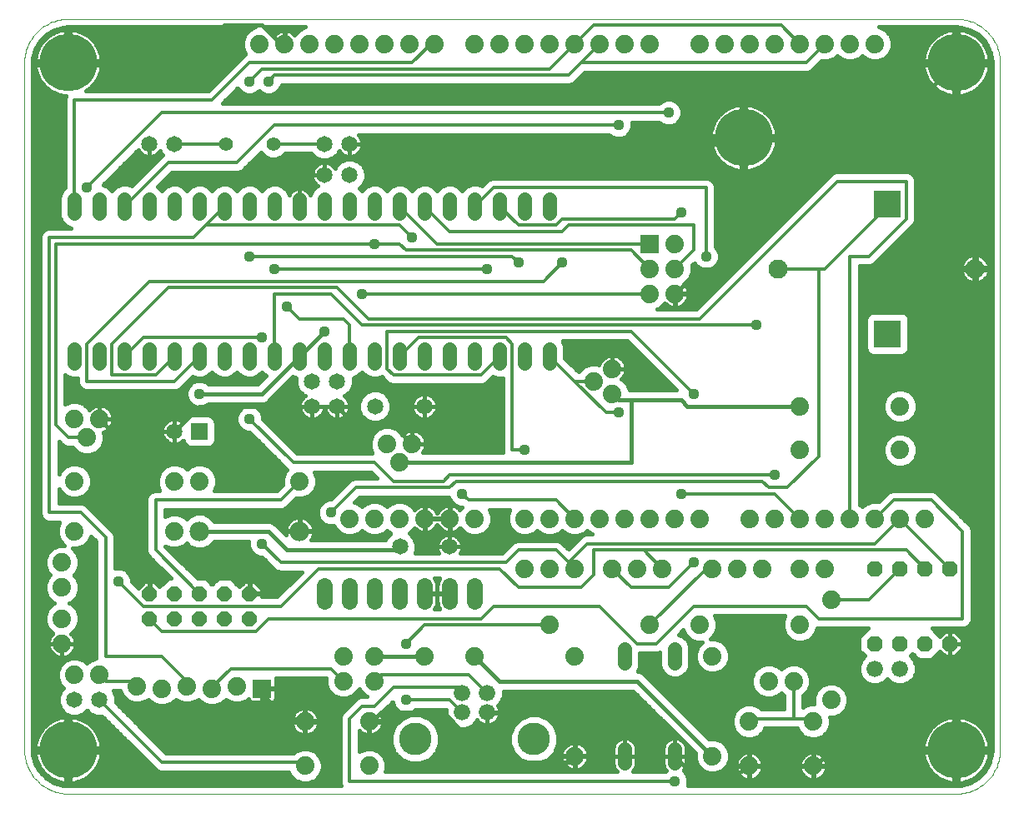
<source format=gbl>
G75*
G70*
%OFA0B0*%
%FSLAX24Y24*%
%IPPOS*%
%LPD*%
%AMOC8*
5,1,8,0,0,1.08239X$1,22.5*
%
%ADD10C,0.0000*%
%ADD11C,0.0560*%
%ADD12C,0.0560*%
%ADD13C,0.0740*%
%ADD14C,0.0650*%
%ADD15C,0.0660*%
%ADD16C,0.1300*%
%ADD17R,0.0740X0.0740*%
%ADD18OC8,0.0630*%
%ADD19C,0.0768*%
%ADD20OC8,0.0600*%
%ADD21C,0.0780*%
%ADD22C,0.2300*%
%ADD23R,0.1095X0.1095*%
%ADD24R,0.0650X0.0650*%
%ADD25C,0.0634*%
%ADD26C,0.0120*%
%ADD27C,0.0440*%
%ADD28C,0.0150*%
%ADD29C,0.0160*%
D10*
X002939Y001824D02*
X038439Y001824D01*
X038522Y001826D01*
X038605Y001832D01*
X038688Y001842D01*
X038770Y001856D01*
X038852Y001873D01*
X038932Y001895D01*
X039011Y001920D01*
X039089Y001949D01*
X039166Y001982D01*
X039241Y002019D01*
X039314Y002058D01*
X039385Y002102D01*
X039454Y002148D01*
X039521Y002198D01*
X039585Y002251D01*
X039647Y002307D01*
X039706Y002366D01*
X039762Y002428D01*
X039815Y002492D01*
X039865Y002559D01*
X039911Y002628D01*
X039955Y002699D01*
X039994Y002772D01*
X040031Y002847D01*
X040064Y002924D01*
X040093Y003002D01*
X040118Y003081D01*
X040140Y003161D01*
X040157Y003243D01*
X040171Y003325D01*
X040181Y003408D01*
X040187Y003491D01*
X040189Y003574D01*
X040189Y031074D01*
X040187Y031157D01*
X040181Y031240D01*
X040171Y031323D01*
X040157Y031405D01*
X040140Y031487D01*
X040118Y031567D01*
X040093Y031646D01*
X040064Y031724D01*
X040031Y031801D01*
X039994Y031876D01*
X039955Y031949D01*
X039911Y032020D01*
X039865Y032089D01*
X039815Y032156D01*
X039762Y032220D01*
X039706Y032282D01*
X039647Y032341D01*
X039585Y032397D01*
X039521Y032450D01*
X039454Y032500D01*
X039385Y032546D01*
X039314Y032590D01*
X039241Y032629D01*
X039166Y032666D01*
X039089Y032699D01*
X039011Y032728D01*
X038932Y032753D01*
X038852Y032775D01*
X038770Y032792D01*
X038688Y032806D01*
X038605Y032816D01*
X038522Y032822D01*
X038439Y032824D01*
X002939Y032824D01*
X002856Y032822D01*
X002773Y032816D01*
X002690Y032806D01*
X002608Y032792D01*
X002526Y032775D01*
X002446Y032753D01*
X002367Y032728D01*
X002289Y032699D01*
X002212Y032666D01*
X002137Y032629D01*
X002064Y032590D01*
X001993Y032546D01*
X001924Y032500D01*
X001857Y032450D01*
X001793Y032397D01*
X001731Y032341D01*
X001672Y032282D01*
X001616Y032220D01*
X001563Y032156D01*
X001513Y032089D01*
X001467Y032020D01*
X001423Y031949D01*
X001384Y031876D01*
X001347Y031801D01*
X001314Y031724D01*
X001285Y031646D01*
X001260Y031567D01*
X001238Y031487D01*
X001221Y031405D01*
X001207Y031323D01*
X001197Y031240D01*
X001191Y031157D01*
X001189Y031074D01*
X001189Y003574D01*
X001191Y003491D01*
X001197Y003408D01*
X001207Y003325D01*
X001221Y003243D01*
X001238Y003161D01*
X001260Y003081D01*
X001285Y003002D01*
X001314Y002924D01*
X001347Y002847D01*
X001384Y002772D01*
X001423Y002699D01*
X001467Y002628D01*
X001513Y002559D01*
X001563Y002492D01*
X001616Y002428D01*
X001672Y002366D01*
X001731Y002307D01*
X001793Y002251D01*
X001857Y002198D01*
X001924Y002148D01*
X001993Y002102D01*
X002064Y002058D01*
X002137Y002019D01*
X002212Y001982D01*
X002289Y001949D01*
X002367Y001920D01*
X002446Y001895D01*
X002526Y001873D01*
X002608Y001856D01*
X002690Y001842D01*
X002773Y001832D01*
X002856Y001826D01*
X002939Y001824D01*
D11*
X003189Y019044D02*
X003189Y019604D01*
X004189Y019604D02*
X004189Y019044D01*
X005189Y019044D02*
X005189Y019604D01*
X006189Y019604D02*
X006189Y019044D01*
X007189Y019044D02*
X007189Y019604D01*
X008189Y019604D02*
X008189Y019044D01*
X009189Y019044D02*
X009189Y019604D01*
X010189Y019604D02*
X010189Y019044D01*
X011189Y019044D02*
X011189Y019604D01*
X012189Y019604D02*
X012189Y019044D01*
X013189Y019044D02*
X013189Y019604D01*
X014189Y019604D02*
X014189Y019044D01*
X015189Y019044D02*
X015189Y019604D01*
X016189Y019604D02*
X016189Y019044D01*
X017189Y019044D02*
X017189Y019604D01*
X018189Y019604D02*
X018189Y019044D01*
X019189Y019044D02*
X019189Y019604D01*
X020189Y019604D02*
X020189Y019044D01*
X021189Y019044D02*
X021189Y019604D01*
X022189Y019604D02*
X022189Y019044D01*
X022189Y025044D02*
X022189Y025604D01*
X021189Y025604D02*
X021189Y025044D01*
X020189Y025044D02*
X020189Y025604D01*
X019189Y025604D02*
X019189Y025044D01*
X018189Y025044D02*
X018189Y025604D01*
X017189Y025604D02*
X017189Y025044D01*
X016189Y025044D02*
X016189Y025604D01*
X015189Y025604D02*
X015189Y025044D01*
X014189Y025044D02*
X014189Y025604D01*
X013189Y025604D02*
X013189Y025044D01*
X012189Y025044D02*
X012189Y025604D01*
X011189Y025604D02*
X011189Y025044D01*
X010189Y025044D02*
X010189Y025604D01*
X009189Y025604D02*
X009189Y025044D01*
X008189Y025044D02*
X008189Y025604D01*
X007189Y025604D02*
X007189Y025044D01*
X006189Y025044D02*
X006189Y025604D01*
X005189Y025604D02*
X005189Y025044D01*
X004189Y025044D02*
X004189Y025604D01*
X003189Y025604D02*
X003189Y025044D01*
X025189Y007604D02*
X025189Y007044D01*
X027189Y007044D02*
X027189Y007604D01*
X027189Y003604D02*
X027189Y003044D01*
X025189Y003044D02*
X025189Y003604D01*
D12*
X011139Y027824D03*
X009239Y027824D03*
D13*
X010589Y031824D03*
X011589Y031824D03*
X012589Y031824D03*
X013589Y031824D03*
X014589Y031824D03*
X015589Y031824D03*
X016589Y031824D03*
X017589Y031824D03*
X019189Y031824D03*
X020189Y031824D03*
X021189Y031824D03*
X022189Y031824D03*
X023189Y031824D03*
X024189Y031824D03*
X025189Y031824D03*
X026189Y031824D03*
X028189Y031824D03*
X029189Y031824D03*
X030189Y031824D03*
X031189Y031824D03*
X032189Y031824D03*
X033189Y031824D03*
X034189Y031824D03*
X035189Y031824D03*
X027189Y023824D03*
X027189Y022824D03*
X026189Y022824D03*
X026189Y021824D03*
X027189Y021824D03*
X024689Y018824D03*
X023939Y018324D03*
X024689Y017824D03*
X024189Y012824D03*
X023189Y012824D03*
X022189Y012824D03*
X021189Y012824D03*
X019189Y012824D03*
X018189Y012824D03*
X017189Y012824D03*
X016189Y012824D03*
X015189Y012824D03*
X014189Y012824D03*
X012189Y014324D03*
X015689Y015824D03*
X016189Y015074D03*
X016689Y015824D03*
X021189Y010824D03*
X022189Y010824D03*
X023189Y010824D03*
X024689Y010824D03*
X025689Y010824D03*
X026689Y010824D03*
X028689Y010824D03*
X029689Y010824D03*
X030689Y010824D03*
X032189Y010824D03*
X033189Y010824D03*
X033439Y009574D03*
X032189Y008574D03*
X031939Y006324D03*
X030939Y006324D03*
X030159Y004714D03*
X028689Y003324D03*
X030159Y002934D03*
X032719Y002934D03*
X032719Y004714D03*
X033439Y005574D03*
X028689Y007324D03*
X028189Y008574D03*
X026189Y008574D03*
X023189Y007324D03*
X022189Y008574D03*
X019189Y007324D03*
X017189Y007324D03*
X015189Y007324D03*
X015189Y006324D03*
X013939Y006324D03*
X013939Y007324D03*
X014969Y004714D03*
X014969Y002934D03*
X012409Y002934D03*
X012409Y004714D03*
X009689Y006124D03*
X008689Y006024D03*
X007689Y006124D03*
X006689Y006024D03*
X005689Y006124D03*
X004189Y006574D03*
X003189Y006574D03*
X002689Y007824D03*
X002689Y008824D03*
X002689Y010074D03*
X002689Y011074D03*
X003189Y012324D03*
X003189Y014324D03*
X003689Y016074D03*
X003189Y016824D03*
X004189Y016824D03*
X007189Y014324D03*
X008189Y014324D03*
X007189Y012324D03*
X023189Y003324D03*
X025189Y012824D03*
X026189Y012824D03*
X027189Y012824D03*
X028189Y012824D03*
X030189Y012824D03*
X031189Y012824D03*
X032189Y012824D03*
X033189Y012824D03*
X034189Y012824D03*
X035189Y012824D03*
X036189Y012824D03*
X037189Y012824D03*
X036189Y015574D03*
X036189Y017324D03*
X032189Y017324D03*
X032189Y015574D03*
D14*
X018174Y011699D03*
X016205Y011699D03*
X017174Y017324D03*
X015205Y017324D03*
X013689Y017324D03*
X012689Y017324D03*
X012689Y018324D03*
X013689Y018324D03*
X007189Y016324D03*
X013189Y026574D03*
X014189Y026574D03*
X014189Y027824D03*
X013189Y027824D03*
X007189Y027824D03*
X006189Y027824D03*
X004189Y005574D03*
X003189Y005574D03*
D15*
X018697Y005854D03*
X019681Y005854D03*
X019681Y005074D03*
X018697Y005074D03*
X035189Y006824D03*
X036189Y006824D03*
D16*
X021559Y004004D03*
X016819Y004004D03*
D17*
X010689Y006024D03*
X026189Y023824D03*
D18*
X035189Y010824D03*
X036189Y010824D03*
X037189Y010824D03*
X038189Y010824D03*
X038189Y007824D03*
X037189Y007824D03*
X036189Y007824D03*
X035189Y007824D03*
D19*
X031315Y022824D03*
X039189Y022824D03*
D20*
X010189Y009824D03*
X009189Y009824D03*
X008189Y009824D03*
X007189Y009824D03*
X006189Y009824D03*
X006189Y008824D03*
X007189Y008824D03*
X008189Y008824D03*
X009189Y008824D03*
X010189Y008824D03*
D21*
X008189Y012324D03*
X012189Y012324D03*
D22*
X002939Y003574D03*
X029939Y028074D03*
X038439Y031074D03*
X038439Y003574D03*
X002939Y031074D03*
D23*
X035689Y025424D03*
X035689Y020224D03*
D24*
X008189Y016324D03*
D25*
X013189Y010141D02*
X013189Y009507D01*
X014189Y009507D02*
X014189Y010141D01*
X015189Y010141D02*
X015189Y009507D01*
X016189Y009507D02*
X016189Y010141D01*
X017189Y010141D02*
X017189Y009507D01*
X018189Y009507D02*
X018189Y010141D01*
X019189Y010141D02*
X019189Y009507D01*
D26*
X019439Y008824D02*
X010939Y008824D01*
X010439Y008324D01*
X006689Y008324D01*
X006189Y008824D01*
X005939Y009324D02*
X011439Y009324D01*
X012939Y010824D01*
X020189Y010824D01*
X020939Y010074D01*
X023439Y010074D01*
X023939Y010574D01*
X023939Y011574D01*
X025939Y011574D01*
X036439Y011574D01*
X037189Y010824D01*
X036189Y010824D02*
X034939Y009574D01*
X033439Y009574D01*
X032939Y008824D02*
X032439Y009324D01*
X027939Y009324D01*
X026439Y007824D01*
X025689Y007824D01*
X024189Y009324D01*
X019939Y009324D01*
X019439Y008824D01*
X017189Y008574D02*
X022189Y008574D01*
X023189Y010824D02*
X022939Y011074D01*
X023689Y011824D01*
X035189Y011824D01*
X036189Y012824D01*
X038189Y010824D01*
X038689Y012324D02*
X038689Y008824D01*
X032939Y008824D01*
X031939Y006324D02*
X031939Y004824D01*
X030189Y004824D01*
X030159Y004714D01*
X031939Y004824D02*
X032689Y004824D01*
X032719Y004714D01*
X027189Y002324D02*
X014189Y002324D01*
X014189Y004824D01*
X014689Y005324D01*
X015189Y005324D01*
X015939Y006074D01*
X018689Y006074D01*
X018697Y005854D01*
X018939Y006574D02*
X019439Y006074D01*
X019681Y005854D01*
X018939Y006574D02*
X015439Y006574D01*
X015189Y006324D01*
X013939Y006324D02*
X013439Y006824D01*
X009439Y006824D01*
X008689Y006074D01*
X008689Y006024D01*
X007689Y006124D02*
X007689Y006324D01*
X006689Y007324D01*
X004439Y007324D01*
X004439Y012074D01*
X003439Y013074D01*
X002189Y013074D01*
X002189Y024074D01*
X007939Y024074D01*
X008439Y024574D01*
X016189Y024574D01*
X016689Y024074D01*
X016439Y023574D02*
X025439Y023574D01*
X026189Y022824D01*
X027189Y022824D02*
X027939Y023574D01*
X027939Y024574D01*
X022939Y024574D01*
X022689Y024324D01*
X018189Y024324D01*
X017189Y025324D01*
X016189Y025324D02*
X017689Y023824D01*
X026189Y023824D01*
X027189Y024824D02*
X022689Y024824D01*
X022439Y024574D01*
X020939Y024574D01*
X020189Y025324D01*
X019939Y026074D02*
X019189Y025324D01*
X019939Y026074D02*
X028439Y026074D01*
X028439Y023324D01*
X027189Y024824D02*
X027439Y025074D01*
X026189Y021824D02*
X014689Y021824D01*
X013689Y022074D02*
X006939Y022074D01*
X004689Y019824D01*
X004689Y018574D01*
X006439Y018574D01*
X007189Y019324D01*
X008189Y019324D02*
X007189Y018324D01*
X003689Y018324D01*
X003689Y019824D01*
X006189Y022324D01*
X021939Y022324D01*
X022689Y023074D01*
X020939Y023074D02*
X020689Y023324D01*
X010189Y023324D01*
X011189Y022824D02*
X019689Y022824D01*
X020439Y020074D02*
X016939Y020074D01*
X016189Y019324D01*
X015689Y018824D02*
X015939Y018574D01*
X019439Y018574D01*
X020189Y019324D01*
X020689Y019824D02*
X020689Y015574D01*
X021189Y015574D01*
X022439Y013574D02*
X018939Y013574D01*
X018689Y013824D01*
X018189Y014074D02*
X018439Y014324D01*
X030689Y014324D01*
X030939Y014074D01*
X031689Y014074D01*
X032939Y015324D01*
X032939Y022824D01*
X033189Y022824D01*
X035689Y025324D01*
X035689Y025424D01*
X036439Y024824D02*
X036439Y026324D01*
X033689Y026324D01*
X028189Y020824D01*
X014939Y020824D01*
X013689Y022074D01*
X013439Y021824D02*
X014689Y020574D01*
X030439Y020574D01*
X031315Y022824D02*
X032939Y022824D01*
X034189Y023324D02*
X034939Y023324D01*
X036439Y024824D01*
X034189Y023324D02*
X034189Y012824D01*
X035189Y012824D02*
X035939Y013574D01*
X037439Y013574D01*
X038689Y012324D01*
X032189Y012824D02*
X031189Y013824D01*
X027439Y013824D01*
X025939Y011574D02*
X026689Y010824D01*
X026939Y010074D02*
X025439Y010074D01*
X024689Y010824D01*
X022939Y011074D02*
X022439Y011574D01*
X020939Y011574D01*
X020439Y011074D01*
X011439Y011074D01*
X010689Y011824D01*
X011439Y013574D02*
X012189Y014324D01*
X011939Y015074D02*
X015189Y015074D01*
X015939Y014324D01*
X017939Y014324D01*
X018189Y014574D01*
X031189Y014574D01*
X027939Y017824D02*
X025439Y020324D01*
X015689Y020324D01*
X015689Y018824D01*
X014189Y019324D02*
X014189Y020574D01*
X013939Y020824D01*
X012189Y020824D01*
X011689Y021324D01*
X011189Y021824D02*
X013439Y021824D01*
X011189Y021824D02*
X011189Y019324D01*
X010689Y020074D02*
X005939Y020074D01*
X005189Y019324D01*
X002439Y016574D02*
X002439Y023824D01*
X015189Y023824D01*
X016189Y023824D01*
X016439Y023574D01*
X020439Y020074D02*
X020689Y019824D01*
X022189Y019324D02*
X023189Y018324D01*
X024439Y017074D01*
X024939Y017074D01*
X023939Y018324D02*
X023189Y018324D01*
X018189Y014074D02*
X014439Y014074D01*
X013439Y013074D01*
X011439Y013574D02*
X006439Y013574D01*
X006439Y011574D01*
X008189Y009824D01*
X005939Y009324D02*
X004939Y010324D01*
X004189Y006574D02*
X004439Y006324D01*
X005689Y006324D01*
X005689Y006124D01*
X004189Y005574D02*
X006689Y003074D01*
X012189Y003074D01*
X012409Y002934D01*
X016439Y005574D02*
X018189Y005574D01*
X018689Y005074D01*
X018697Y005074D01*
X016439Y007824D02*
X017189Y008574D01*
X022439Y013574D02*
X023189Y012824D01*
X026939Y010074D02*
X027939Y011074D01*
X028439Y010824D02*
X028689Y010824D01*
X028439Y010824D02*
X026189Y008574D01*
X011939Y015074D02*
X010189Y016824D01*
X003689Y016074D02*
X002939Y016074D01*
X002439Y016574D01*
X008439Y024574D02*
X009189Y025324D01*
X009689Y027074D02*
X011189Y028574D01*
X024939Y028574D01*
X026939Y029074D02*
X006689Y029074D01*
X003689Y026074D01*
X003189Y025324D02*
X003189Y029574D01*
X008689Y029574D01*
X010189Y031074D01*
X016689Y031074D01*
X017439Y031824D01*
X017589Y031824D01*
X022189Y030824D02*
X023189Y031824D01*
X023939Y032574D01*
X031439Y032574D01*
X032189Y031824D01*
X032439Y031074D02*
X023439Y031074D01*
X022939Y030574D01*
X011189Y030574D01*
X010939Y030324D01*
X010689Y030824D02*
X022189Y030824D01*
X023439Y031074D02*
X024189Y031824D01*
X032439Y031074D02*
X033189Y031824D01*
X013189Y027824D02*
X011139Y027824D01*
X009689Y027074D02*
X006939Y027074D01*
X005189Y025324D01*
X007189Y027824D02*
X009239Y027824D01*
X010189Y030324D02*
X010689Y030824D01*
D27*
X010939Y030324D03*
X010189Y030324D03*
X006689Y030074D03*
X003689Y026074D03*
X010189Y023324D03*
X011189Y022824D03*
X011689Y021324D03*
X010689Y020074D03*
X013189Y020324D03*
X014689Y021824D03*
X015189Y023824D03*
X016689Y024074D03*
X019689Y022824D03*
X020939Y023074D03*
X022689Y023074D03*
X027439Y025074D03*
X028439Y023324D03*
X030439Y020574D03*
X027939Y017824D03*
X024939Y017074D03*
X021189Y015574D03*
X018689Y013824D03*
X013439Y013074D03*
X010689Y011824D03*
X004939Y010324D03*
X010189Y016824D03*
X008189Y017824D03*
X016439Y007824D03*
X016439Y005574D03*
X027189Y002324D03*
X027939Y011074D03*
X027439Y013824D03*
X031189Y014574D03*
X024939Y028574D03*
X026939Y029074D03*
D28*
X029939Y028074D02*
X029939Y027824D01*
X014189Y027824D01*
X011589Y031824D02*
X011439Y031824D01*
X010689Y032574D01*
X009189Y032574D01*
X006689Y030074D01*
X005689Y031074D01*
X002939Y031074D01*
X013189Y020324D02*
X012189Y019324D01*
X010689Y017824D01*
X008189Y017824D01*
X008189Y017324D02*
X012689Y017324D01*
X013689Y017324D02*
X014439Y016574D01*
X015939Y016574D01*
X016689Y015824D01*
X016189Y015074D02*
X025439Y015074D01*
X025439Y017574D01*
X024939Y017574D01*
X024689Y017824D01*
X025439Y017574D02*
X027439Y017574D01*
X027689Y017324D01*
X032189Y017324D01*
X027189Y021824D02*
X028189Y022824D01*
X028689Y022824D01*
X029939Y024074D01*
X029939Y027824D01*
X029939Y028074D02*
X035439Y028074D01*
X038439Y031074D01*
X016205Y011699D02*
X016189Y011574D01*
X011689Y011574D01*
X010939Y012324D01*
X008189Y012324D01*
X006189Y011324D02*
X005939Y011574D01*
X005939Y016324D01*
X004689Y016324D01*
X004189Y016824D01*
X005939Y016324D02*
X007189Y016324D01*
X008189Y017324D01*
X006189Y011324D02*
X006189Y009824D01*
X010689Y006024D02*
X010689Y005824D01*
X011689Y004824D01*
X012189Y004824D01*
X012409Y004714D01*
X014969Y004714D02*
X015189Y004824D01*
X015439Y005074D01*
X017939Y005074D01*
X018689Y004324D01*
X019689Y004324D01*
X019689Y005074D01*
X019681Y005074D01*
X019689Y004324D02*
X019689Y003074D01*
X022939Y003074D01*
X023189Y003324D01*
X025689Y006324D02*
X020189Y006324D01*
X019189Y007324D01*
X017189Y007324D02*
X015189Y007324D01*
X025689Y006324D02*
X028689Y003324D01*
X027939Y002574D02*
X029689Y002574D01*
X029939Y002824D01*
X030159Y002934D01*
X027939Y002574D02*
X027189Y003324D01*
X032719Y002934D02*
X032939Y003074D01*
X033439Y003574D01*
X038439Y003574D01*
D29*
X002392Y002253D02*
X002069Y002440D01*
X001805Y002704D01*
X001618Y003027D01*
X001521Y003388D01*
X001509Y003574D01*
X001509Y003638D01*
X001509Y031011D01*
X001509Y031074D01*
X001521Y031261D01*
X001618Y031621D01*
X001805Y031945D01*
X002069Y032209D01*
X002392Y032395D01*
X002753Y032492D01*
X002939Y032504D01*
X010428Y032504D01*
X010198Y032409D01*
X010004Y032215D01*
X009899Y031961D01*
X009899Y031687D01*
X010004Y031433D01*
X010022Y031416D01*
X009974Y031396D01*
X009867Y031289D01*
X008532Y029954D01*
X003657Y029954D01*
X003733Y030005D01*
X003834Y030088D01*
X003926Y030180D01*
X004009Y030281D01*
X004081Y030390D01*
X004143Y030505D01*
X004193Y030626D01*
X004231Y030751D01*
X004256Y030879D01*
X004268Y030994D01*
X003019Y030994D01*
X003019Y031154D01*
X002859Y031154D01*
X002859Y030994D01*
X001611Y030994D01*
X001622Y030879D01*
X001648Y030751D01*
X001686Y030626D01*
X001736Y030505D01*
X001797Y030390D01*
X001870Y030281D01*
X001953Y030180D01*
X002045Y030088D01*
X002146Y030005D01*
X002255Y029932D01*
X002370Y029871D01*
X002491Y029820D01*
X002616Y029783D01*
X002744Y029757D01*
X002849Y029747D01*
X002809Y029650D01*
X002809Y029499D01*
X002809Y026073D01*
X002681Y025944D01*
X002589Y025724D01*
X002589Y024925D01*
X002681Y024704D01*
X002849Y024536D01*
X003046Y024454D01*
X002265Y024454D01*
X002114Y024454D01*
X001974Y024396D01*
X001867Y024289D01*
X001809Y024150D01*
X001809Y013150D01*
X001809Y012999D01*
X001867Y012859D01*
X001974Y012752D01*
X002114Y012694D01*
X002596Y012694D01*
X002499Y012461D01*
X002499Y012187D01*
X002604Y011933D01*
X002774Y011764D01*
X002552Y011764D01*
X002298Y011659D01*
X002104Y011465D01*
X001999Y011211D01*
X001999Y010937D01*
X002104Y010683D01*
X002214Y010574D01*
X002104Y010465D01*
X001999Y010211D01*
X001999Y009937D01*
X002104Y009683D01*
X002298Y009489D01*
X002395Y009449D01*
X002298Y009409D01*
X002104Y009215D01*
X001999Y008961D01*
X001999Y008687D01*
X002104Y008433D01*
X002298Y008239D01*
X002318Y008231D01*
X002270Y008183D01*
X002219Y008112D01*
X002180Y008035D01*
X002153Y007953D01*
X002139Y007868D01*
X002139Y007824D01*
X002139Y007781D01*
X002153Y007695D01*
X002180Y007613D01*
X002219Y007536D01*
X002270Y007466D01*
X002331Y007405D01*
X002401Y007354D01*
X002478Y007315D01*
X002560Y007288D01*
X002646Y007274D01*
X002689Y007274D01*
X002689Y007824D01*
X002139Y007824D01*
X002689Y007824D01*
X002689Y007824D01*
X002689Y007824D01*
X002689Y007274D01*
X002733Y007274D01*
X002818Y007288D01*
X002900Y007315D01*
X002978Y007354D01*
X003048Y007405D01*
X003109Y007466D01*
X003160Y007536D01*
X003199Y007613D01*
X003226Y007695D01*
X003239Y007781D01*
X003239Y007824D01*
X002690Y007824D01*
X002690Y007824D01*
X003239Y007824D01*
X003239Y007868D01*
X003226Y007953D01*
X003199Y008035D01*
X003160Y008112D01*
X003109Y008183D01*
X003060Y008231D01*
X003080Y008239D01*
X003274Y008433D01*
X003379Y008687D01*
X003379Y008961D01*
X003274Y009215D01*
X003080Y009409D01*
X002983Y009449D01*
X003080Y009489D01*
X003274Y009683D01*
X003379Y009937D01*
X003379Y010211D01*
X003274Y010465D01*
X003165Y010574D01*
X003274Y010683D01*
X003379Y010937D01*
X003379Y011211D01*
X003274Y011465D01*
X003105Y011634D01*
X003327Y011634D01*
X003580Y011739D01*
X003774Y011933D01*
X003853Y012123D01*
X004059Y011917D01*
X004059Y007400D01*
X004059Y007264D01*
X004052Y007264D01*
X003798Y007159D01*
X003689Y007050D01*
X003580Y007159D01*
X003327Y007264D01*
X003052Y007264D01*
X002798Y007159D01*
X002604Y006965D01*
X002499Y006711D01*
X002499Y006437D01*
X002604Y006183D01*
X002745Y006042D01*
X002642Y005940D01*
X002544Y005703D01*
X002544Y005446D01*
X002642Y005209D01*
X002824Y005027D01*
X003061Y004929D01*
X003318Y004929D01*
X003555Y005027D01*
X003689Y005162D01*
X003824Y005027D01*
X004061Y004929D01*
X004297Y004929D01*
X006367Y002859D01*
X006474Y002752D01*
X006614Y002694D01*
X011762Y002694D01*
X011824Y002543D01*
X012018Y002349D01*
X012272Y002244D01*
X012547Y002244D01*
X012800Y002349D01*
X012994Y002543D01*
X013099Y002797D01*
X013099Y003071D01*
X012994Y003325D01*
X012800Y003519D01*
X012547Y003624D01*
X012272Y003624D01*
X012018Y003519D01*
X011953Y003454D01*
X006847Y003454D01*
X004834Y005467D01*
X004834Y005703D01*
X004736Y005940D01*
X004731Y005944D01*
X005017Y005944D01*
X005104Y005733D01*
X005298Y005539D01*
X005552Y005434D01*
X005827Y005434D01*
X006080Y005539D01*
X006139Y005598D01*
X006298Y005439D01*
X006552Y005334D01*
X006827Y005334D01*
X007080Y005439D01*
X007239Y005598D01*
X007298Y005539D01*
X007552Y005434D01*
X007827Y005434D01*
X008080Y005539D01*
X008139Y005598D01*
X008298Y005439D01*
X008552Y005334D01*
X008827Y005334D01*
X009080Y005439D01*
X009239Y005598D01*
X009298Y005539D01*
X009552Y005434D01*
X009827Y005434D01*
X010080Y005539D01*
X010146Y005605D01*
X010152Y005585D01*
X010175Y005544D01*
X010209Y005510D01*
X010250Y005487D01*
X010296Y005474D01*
X010669Y005474D01*
X010669Y006004D01*
X010709Y006004D01*
X010709Y005474D01*
X011083Y005474D01*
X011129Y005487D01*
X011170Y005510D01*
X011203Y005544D01*
X011227Y005585D01*
X011239Y005631D01*
X011239Y006004D01*
X010710Y006004D01*
X010710Y006044D01*
X011239Y006044D01*
X011239Y006418D01*
X011232Y006444D01*
X013249Y006444D01*
X013249Y006187D01*
X013354Y005933D01*
X013548Y005739D01*
X013802Y005634D01*
X014077Y005634D01*
X014330Y005739D01*
X014524Y005933D01*
X014564Y006030D01*
X014604Y005933D01*
X014798Y005739D01*
X014883Y005704D01*
X014765Y005704D01*
X014614Y005704D01*
X014474Y005646D01*
X013974Y005146D01*
X013867Y005039D01*
X013809Y004900D01*
X013809Y002400D01*
X013809Y002249D01*
X013853Y002144D01*
X002939Y002144D01*
X002753Y002156D01*
X002753Y002156D01*
X002392Y002253D01*
X002311Y002300D02*
X002559Y002300D01*
X002616Y002283D02*
X002744Y002257D01*
X002859Y002246D01*
X002859Y003494D01*
X001611Y003494D01*
X001622Y003379D01*
X001648Y003251D01*
X001686Y003126D01*
X001736Y003005D01*
X001797Y002890D01*
X001870Y002781D01*
X001953Y002680D01*
X002045Y002588D01*
X002146Y002505D01*
X002255Y002432D01*
X002370Y002371D01*
X002491Y002320D01*
X002616Y002283D01*
X002859Y002300D02*
X003019Y002300D01*
X003019Y002246D02*
X003135Y002257D01*
X003263Y002283D01*
X003388Y002320D01*
X003509Y002371D01*
X003624Y002432D01*
X003733Y002505D01*
X003834Y002588D01*
X003926Y002680D01*
X004009Y002781D01*
X004081Y002890D01*
X004143Y003005D01*
X004193Y003126D01*
X004231Y003251D01*
X005975Y003251D01*
X006134Y003093D02*
X004179Y003093D01*
X004231Y003251D02*
X004256Y003379D01*
X004268Y003494D01*
X003019Y003494D01*
X003019Y002246D01*
X003019Y002458D02*
X002859Y002458D01*
X002859Y002617D02*
X003019Y002617D01*
X003019Y002776D02*
X002859Y002776D01*
X002859Y002934D02*
X003019Y002934D01*
X003019Y003093D02*
X002859Y003093D01*
X002859Y003251D02*
X003019Y003251D01*
X003019Y003410D02*
X002859Y003410D01*
X002859Y003494D02*
X003019Y003494D01*
X003019Y003654D01*
X004268Y003654D01*
X004256Y003770D01*
X004231Y003898D01*
X004193Y004023D01*
X004143Y004144D01*
X004081Y004259D01*
X004009Y004367D01*
X003926Y004468D01*
X003834Y004561D01*
X003733Y004644D01*
X003624Y004716D01*
X003509Y004778D01*
X003388Y004828D01*
X003263Y004866D01*
X003135Y004891D01*
X003019Y004903D01*
X003019Y003654D01*
X002859Y003654D01*
X002859Y003494D01*
X002859Y003568D02*
X001510Y003568D01*
X001611Y003654D02*
X002859Y003654D01*
X002859Y004903D01*
X002744Y004891D01*
X002616Y004866D01*
X002491Y004828D01*
X002370Y004778D01*
X002255Y004716D01*
X002146Y004644D01*
X002045Y004561D01*
X001953Y004468D01*
X001870Y004367D01*
X001797Y004259D01*
X001736Y004144D01*
X001686Y004023D01*
X001648Y003898D01*
X001622Y003770D01*
X001611Y003654D01*
X001618Y003727D02*
X001509Y003727D01*
X001509Y003885D02*
X001645Y003885D01*
X001694Y004044D02*
X001509Y004044D01*
X001509Y004202D02*
X001767Y004202D01*
X001865Y004361D02*
X001509Y004361D01*
X001509Y004519D02*
X002004Y004519D01*
X002197Y004678D02*
X001509Y004678D01*
X001509Y004837D02*
X002519Y004837D01*
X002859Y004837D02*
X003019Y004837D01*
X003019Y004678D02*
X002859Y004678D01*
X002859Y004519D02*
X003019Y004519D01*
X003019Y004361D02*
X002859Y004361D01*
X002859Y004202D02*
X003019Y004202D01*
X003019Y004044D02*
X002859Y004044D01*
X002859Y003885D02*
X003019Y003885D01*
X003019Y003727D02*
X002859Y003727D01*
X003019Y003568D02*
X005658Y003568D01*
X005816Y003410D02*
X004259Y003410D01*
X004261Y003727D02*
X005499Y003727D01*
X005341Y003885D02*
X004233Y003885D01*
X004184Y004044D02*
X005182Y004044D01*
X005024Y004202D02*
X004112Y004202D01*
X004013Y004361D02*
X004865Y004361D01*
X004707Y004519D02*
X003875Y004519D01*
X003681Y004678D02*
X004548Y004678D01*
X004390Y004837D02*
X003360Y004837D01*
X003477Y004995D02*
X003902Y004995D01*
X003698Y005154D02*
X003681Y005154D01*
X002902Y004995D02*
X001509Y004995D01*
X001509Y005154D02*
X002698Y005154D01*
X002600Y005312D02*
X001509Y005312D01*
X001509Y005471D02*
X002544Y005471D01*
X002544Y005629D02*
X001509Y005629D01*
X001509Y005788D02*
X002580Y005788D01*
X002649Y005946D02*
X001509Y005946D01*
X001509Y006105D02*
X002683Y006105D01*
X002571Y006263D02*
X001509Y006263D01*
X001509Y006422D02*
X002505Y006422D01*
X002499Y006581D02*
X001509Y006581D01*
X001509Y006739D02*
X002511Y006739D01*
X002576Y006898D02*
X001509Y006898D01*
X001509Y007056D02*
X002695Y007056D01*
X002933Y007215D02*
X001509Y007215D01*
X001509Y007373D02*
X002374Y007373D01*
X002222Y007532D02*
X001509Y007532D01*
X001509Y007690D02*
X002154Y007690D01*
X002139Y007849D02*
X001509Y007849D01*
X001509Y008007D02*
X002171Y008007D01*
X002258Y008166D02*
X001509Y008166D01*
X001509Y008325D02*
X002213Y008325D01*
X002084Y008483D02*
X001509Y008483D01*
X001509Y008642D02*
X002018Y008642D01*
X001999Y008800D02*
X001509Y008800D01*
X001509Y008959D02*
X001999Y008959D01*
X002064Y009117D02*
X001509Y009117D01*
X001509Y009276D02*
X002165Y009276D01*
X002359Y009434D02*
X001509Y009434D01*
X001509Y009593D02*
X002195Y009593D01*
X002076Y009751D02*
X001509Y009751D01*
X001509Y009910D02*
X002010Y009910D01*
X001999Y010069D02*
X001509Y010069D01*
X001509Y010227D02*
X002006Y010227D01*
X002071Y010386D02*
X001509Y010386D01*
X001509Y010544D02*
X002183Y010544D01*
X002096Y010703D02*
X001509Y010703D01*
X001509Y010861D02*
X002031Y010861D01*
X001999Y011020D02*
X001509Y011020D01*
X001509Y011178D02*
X001999Y011178D01*
X002051Y011337D02*
X001509Y011337D01*
X001509Y011495D02*
X002135Y011495D01*
X002293Y011654D02*
X001509Y011654D01*
X001509Y011812D02*
X002725Y011812D01*
X002589Y011971D02*
X001509Y011971D01*
X001509Y012130D02*
X002523Y012130D01*
X002499Y012288D02*
X001509Y012288D01*
X001509Y012447D02*
X002499Y012447D01*
X002559Y012605D02*
X001509Y012605D01*
X001509Y012764D02*
X001962Y012764D01*
X001841Y012922D02*
X001509Y012922D01*
X001509Y013081D02*
X001809Y013081D01*
X001809Y013239D02*
X001509Y013239D01*
X001509Y013398D02*
X001809Y013398D01*
X001809Y013556D02*
X001509Y013556D01*
X001509Y013715D02*
X001809Y013715D01*
X001809Y013874D02*
X001509Y013874D01*
X001509Y014032D02*
X001809Y014032D01*
X001809Y014191D02*
X001509Y014191D01*
X001509Y014349D02*
X001809Y014349D01*
X001809Y014508D02*
X001509Y014508D01*
X001509Y014666D02*
X001809Y014666D01*
X001809Y014825D02*
X001509Y014825D01*
X001509Y014983D02*
X001809Y014983D01*
X001809Y015142D02*
X001509Y015142D01*
X001509Y015300D02*
X001809Y015300D01*
X001809Y015459D02*
X001509Y015459D01*
X001509Y015618D02*
X001809Y015618D01*
X001809Y015776D02*
X001509Y015776D01*
X001509Y015935D02*
X001809Y015935D01*
X001809Y016093D02*
X001509Y016093D01*
X001509Y016252D02*
X001809Y016252D01*
X001809Y016410D02*
X001509Y016410D01*
X001509Y016569D02*
X001809Y016569D01*
X001809Y016727D02*
X001509Y016727D01*
X001509Y016886D02*
X001809Y016886D01*
X001809Y017044D02*
X001509Y017044D01*
X001509Y017203D02*
X001809Y017203D01*
X001809Y017361D02*
X001509Y017361D01*
X001509Y017520D02*
X001809Y017520D01*
X001809Y017679D02*
X001509Y017679D01*
X001509Y017837D02*
X001809Y017837D01*
X001809Y017996D02*
X001509Y017996D01*
X001509Y018154D02*
X001809Y018154D01*
X001809Y018313D02*
X001509Y018313D01*
X001509Y018471D02*
X001809Y018471D01*
X001809Y018630D02*
X001509Y018630D01*
X001509Y018788D02*
X001809Y018788D01*
X001809Y018947D02*
X001509Y018947D01*
X001509Y019105D02*
X001809Y019105D01*
X001809Y019264D02*
X001509Y019264D01*
X001509Y019423D02*
X001809Y019423D01*
X001809Y019581D02*
X001509Y019581D01*
X001509Y019740D02*
X001809Y019740D01*
X001809Y019898D02*
X001509Y019898D01*
X001509Y020057D02*
X001809Y020057D01*
X001809Y020215D02*
X001509Y020215D01*
X001509Y020374D02*
X001809Y020374D01*
X001809Y020532D02*
X001509Y020532D01*
X001509Y020691D02*
X001809Y020691D01*
X001809Y020849D02*
X001509Y020849D01*
X001509Y021008D02*
X001809Y021008D01*
X001809Y021167D02*
X001509Y021167D01*
X001509Y021325D02*
X001809Y021325D01*
X001809Y021484D02*
X001509Y021484D01*
X001509Y021642D02*
X001809Y021642D01*
X001809Y021801D02*
X001509Y021801D01*
X001509Y021959D02*
X001809Y021959D01*
X001809Y022118D02*
X001509Y022118D01*
X001509Y022276D02*
X001809Y022276D01*
X001809Y022435D02*
X001509Y022435D01*
X001509Y022593D02*
X001809Y022593D01*
X001809Y022752D02*
X001509Y022752D01*
X001509Y022911D02*
X001809Y022911D01*
X001809Y023069D02*
X001509Y023069D01*
X001509Y023228D02*
X001809Y023228D01*
X001809Y023386D02*
X001509Y023386D01*
X001509Y023545D02*
X001809Y023545D01*
X001809Y023703D02*
X001509Y023703D01*
X001509Y023862D02*
X001809Y023862D01*
X001809Y024020D02*
X001509Y024020D01*
X001509Y024179D02*
X001821Y024179D01*
X001915Y024337D02*
X001509Y024337D01*
X001509Y024496D02*
X002945Y024496D01*
X002731Y024654D02*
X001509Y024654D01*
X001509Y024813D02*
X002636Y024813D01*
X002589Y024972D02*
X001509Y024972D01*
X001509Y025130D02*
X002589Y025130D01*
X002589Y025289D02*
X001509Y025289D01*
X001509Y025447D02*
X002589Y025447D01*
X002589Y025606D02*
X001509Y025606D01*
X001509Y025764D02*
X002606Y025764D01*
X002672Y025923D02*
X001509Y025923D01*
X001509Y026081D02*
X002809Y026081D01*
X002809Y026240D02*
X001509Y026240D01*
X001509Y026398D02*
X002809Y026398D01*
X002809Y026557D02*
X001509Y026557D01*
X001509Y026716D02*
X002809Y026716D01*
X002809Y026874D02*
X001509Y026874D01*
X001509Y027033D02*
X002809Y027033D01*
X002809Y027191D02*
X001509Y027191D01*
X001509Y027350D02*
X002809Y027350D01*
X002809Y027508D02*
X001509Y027508D01*
X001509Y027667D02*
X002809Y027667D01*
X002809Y027825D02*
X001509Y027825D01*
X001509Y027984D02*
X002809Y027984D01*
X002809Y028142D02*
X001509Y028142D01*
X001509Y028301D02*
X002809Y028301D01*
X002809Y028460D02*
X001509Y028460D01*
X001509Y028618D02*
X002809Y028618D01*
X002809Y028777D02*
X001509Y028777D01*
X001509Y028935D02*
X002809Y028935D01*
X002809Y029094D02*
X001509Y029094D01*
X001509Y029252D02*
X002809Y029252D01*
X002809Y029411D02*
X001509Y029411D01*
X001509Y029569D02*
X002809Y029569D01*
X002842Y029728D02*
X001509Y029728D01*
X001509Y029886D02*
X002340Y029886D01*
X002097Y030045D02*
X001509Y030045D01*
X001509Y030204D02*
X001933Y030204D01*
X001816Y030362D02*
X001509Y030362D01*
X001509Y030521D02*
X001729Y030521D01*
X001669Y030679D02*
X001509Y030679D01*
X001509Y030838D02*
X001630Y030838D01*
X001509Y030996D02*
X002859Y030996D01*
X002859Y031154D02*
X001611Y031154D01*
X001622Y031270D01*
X001648Y031398D01*
X001686Y031523D01*
X001736Y031644D01*
X001797Y031759D01*
X001870Y031867D01*
X001953Y031968D01*
X002045Y032061D01*
X002146Y032144D01*
X002255Y032216D01*
X002370Y032278D01*
X002491Y032328D01*
X002616Y032366D01*
X002744Y032391D01*
X002859Y032403D01*
X002859Y031154D01*
X002859Y031155D02*
X003019Y031155D01*
X003019Y031154D02*
X003019Y032403D01*
X003135Y032391D01*
X003263Y032366D01*
X003388Y032328D01*
X003509Y032278D01*
X003624Y032216D01*
X003733Y032144D01*
X003834Y032061D01*
X003926Y031968D01*
X004009Y031867D01*
X004081Y031759D01*
X004143Y031644D01*
X004193Y031523D01*
X004231Y031398D01*
X004256Y031270D01*
X004268Y031154D01*
X003019Y031154D01*
X003019Y030996D02*
X009574Y030996D01*
X009415Y030838D02*
X004248Y030838D01*
X004209Y030679D02*
X009257Y030679D01*
X009098Y030521D02*
X004149Y030521D01*
X004063Y030362D02*
X008940Y030362D01*
X008781Y030204D02*
X003945Y030204D01*
X003782Y030045D02*
X008623Y030045D01*
X009107Y029454D02*
X009714Y030061D01*
X009731Y030018D01*
X009883Y029866D01*
X010082Y029784D01*
X010297Y029784D01*
X010495Y029866D01*
X010564Y029936D01*
X010633Y029866D01*
X010832Y029784D01*
X011047Y029784D01*
X011245Y029866D01*
X011397Y030018D01*
X011470Y030194D01*
X022864Y030194D01*
X023015Y030194D01*
X023155Y030252D01*
X023597Y030694D01*
X032515Y030694D01*
X032655Y030752D01*
X032761Y030859D01*
X033041Y031139D01*
X033052Y031134D01*
X033327Y031134D01*
X033580Y031239D01*
X033689Y031348D01*
X033798Y031239D01*
X034052Y031134D01*
X034327Y031134D01*
X034580Y031239D01*
X034689Y031348D01*
X034798Y031239D01*
X035052Y031134D01*
X035327Y031134D01*
X035580Y031239D01*
X035774Y031433D01*
X035879Y031687D01*
X035879Y031961D01*
X035774Y032215D01*
X035580Y032409D01*
X035350Y032504D01*
X038376Y032504D01*
X038439Y032504D01*
X038626Y032492D01*
X038986Y032395D01*
X039310Y032209D01*
X039574Y031945D01*
X039760Y031621D01*
X039857Y031261D01*
X039869Y031074D01*
X039869Y003638D01*
X039869Y003574D01*
X039857Y003388D01*
X039760Y003027D01*
X039574Y002704D01*
X039310Y002440D01*
X038986Y002253D01*
X038626Y002156D01*
X038439Y002144D01*
X027699Y002144D01*
X027729Y002217D01*
X027729Y002432D01*
X027647Y002630D01*
X027536Y002741D01*
X027540Y002745D01*
X027583Y002803D01*
X027616Y002868D01*
X027638Y002936D01*
X027649Y003008D01*
X027649Y003324D01*
X027190Y003324D01*
X027190Y003324D01*
X027649Y003324D01*
X027649Y003640D01*
X027638Y003712D01*
X027616Y003781D01*
X027583Y003845D01*
X027540Y003904D01*
X027489Y003955D01*
X027430Y003998D01*
X027366Y004031D01*
X027297Y004053D01*
X027225Y004064D01*
X027189Y004064D01*
X027153Y004064D01*
X027082Y004053D01*
X027013Y004031D01*
X026948Y003998D01*
X026890Y003955D01*
X026838Y003904D01*
X026796Y003845D01*
X026763Y003781D01*
X026741Y003712D01*
X026729Y003640D01*
X026729Y003324D01*
X026729Y003008D01*
X026741Y002936D01*
X026763Y002868D01*
X026796Y002803D01*
X026838Y002745D01*
X026842Y002741D01*
X026806Y002704D01*
X025500Y002704D01*
X025540Y002745D01*
X025583Y002803D01*
X025616Y002868D01*
X025638Y002936D01*
X025649Y003008D01*
X025649Y003324D01*
X025190Y003324D01*
X025190Y003324D01*
X025649Y003324D01*
X025649Y003640D01*
X025638Y003712D01*
X025616Y003781D01*
X025583Y003845D01*
X025540Y003904D01*
X025489Y003955D01*
X025430Y003998D01*
X025366Y004031D01*
X025297Y004053D01*
X025225Y004064D01*
X025189Y004064D01*
X025153Y004064D01*
X025082Y004053D01*
X025013Y004031D01*
X024948Y003998D01*
X024890Y003955D01*
X024838Y003904D01*
X024796Y003845D01*
X024763Y003781D01*
X024741Y003712D01*
X024729Y003640D01*
X024729Y003324D01*
X024729Y003008D01*
X024741Y002936D01*
X024763Y002868D01*
X024796Y002803D01*
X024838Y002745D01*
X024879Y002704D01*
X015621Y002704D01*
X015659Y002797D01*
X015659Y003071D01*
X015554Y003325D01*
X015360Y003519D01*
X015107Y003624D01*
X014832Y003624D01*
X014578Y003519D01*
X014569Y003510D01*
X014569Y004336D01*
X014611Y004295D01*
X014681Y004244D01*
X014758Y004205D01*
X014840Y004178D01*
X014926Y004164D01*
X014949Y004164D01*
X014949Y004694D01*
X014989Y004694D01*
X014989Y004164D01*
X015013Y004164D01*
X015098Y004178D01*
X015180Y004205D01*
X015258Y004244D01*
X015328Y004295D01*
X015389Y004356D01*
X015440Y004426D01*
X015479Y004503D01*
X015506Y004585D01*
X015519Y004671D01*
X015519Y004694D01*
X014990Y004694D01*
X014990Y004734D01*
X015519Y004734D01*
X015519Y004758D01*
X015506Y004843D01*
X015479Y004925D01*
X015440Y005002D01*
X015425Y005023D01*
X015511Y005109D01*
X015899Y005497D01*
X015899Y005467D01*
X015981Y005268D01*
X016133Y005116D01*
X016332Y005034D01*
X016547Y005034D01*
X016745Y005116D01*
X016823Y005194D01*
X018032Y005194D01*
X018047Y005179D01*
X018047Y004945D01*
X018146Y004706D01*
X018329Y004523D01*
X018568Y004424D01*
X018826Y004424D01*
X019065Y004523D01*
X019248Y004706D01*
X019274Y004768D01*
X019292Y004742D01*
X019349Y004685D01*
X019414Y004638D01*
X019486Y004602D01*
X019562Y004577D01*
X019641Y004564D01*
X019671Y004564D01*
X019671Y005064D01*
X019691Y005064D01*
X019691Y004564D01*
X019722Y004564D01*
X019801Y004577D01*
X019877Y004602D01*
X019949Y004638D01*
X020014Y004685D01*
X020070Y004742D01*
X020118Y004807D01*
X020154Y004878D01*
X020179Y004955D01*
X020191Y005034D01*
X020191Y005064D01*
X019692Y005064D01*
X019692Y005084D01*
X020191Y005084D01*
X020191Y005114D01*
X020179Y005194D01*
X020154Y005270D01*
X020118Y005342D01*
X020105Y005359D01*
X020232Y005486D01*
X020331Y005725D01*
X020331Y005929D01*
X025526Y005929D01*
X027999Y003456D01*
X027999Y003187D01*
X028104Y002933D01*
X028298Y002739D01*
X028552Y002634D01*
X028827Y002634D01*
X029080Y002739D01*
X029274Y002933D01*
X029379Y003187D01*
X029379Y003461D01*
X029274Y003715D01*
X029080Y003909D01*
X028827Y004014D01*
X028558Y004014D01*
X026024Y006548D01*
X025913Y006659D01*
X025768Y006719D01*
X025704Y006719D01*
X025789Y006925D01*
X025789Y007444D01*
X026515Y007444D01*
X026589Y007475D01*
X026589Y006925D01*
X026681Y006704D01*
X026849Y006536D01*
X027070Y006444D01*
X027309Y006444D01*
X027529Y006536D01*
X027698Y006704D01*
X027789Y006925D01*
X027789Y007724D01*
X027698Y007944D01*
X027529Y008113D01*
X027343Y008190D01*
X027526Y008373D01*
X027604Y008183D01*
X027798Y007989D01*
X028052Y007884D01*
X028274Y007884D01*
X028104Y007715D01*
X027999Y007461D01*
X027999Y007187D01*
X028104Y006933D01*
X028298Y006739D01*
X028552Y006634D01*
X028827Y006634D01*
X029080Y006739D01*
X029274Y006933D01*
X029379Y007187D01*
X029379Y007461D01*
X029274Y007715D01*
X029080Y007909D01*
X028827Y008014D01*
X028605Y008014D01*
X028774Y008183D01*
X028879Y008437D01*
X028879Y008711D01*
X028783Y008944D01*
X031596Y008944D01*
X031499Y008711D01*
X031499Y008437D01*
X031604Y008183D01*
X031798Y007989D01*
X032052Y007884D01*
X032327Y007884D01*
X032580Y007989D01*
X032774Y008183D01*
X032879Y008437D01*
X032879Y008444D01*
X033015Y008444D01*
X034911Y008444D01*
X034554Y008087D01*
X034554Y007561D01*
X034781Y007335D01*
X034638Y007192D01*
X034539Y006954D01*
X034539Y006695D01*
X034638Y006456D01*
X034821Y006273D01*
X035060Y006174D01*
X035319Y006174D01*
X035557Y006273D01*
X035689Y006405D01*
X035821Y006273D01*
X036060Y006174D01*
X036319Y006174D01*
X036557Y006273D01*
X036740Y006456D01*
X036839Y006695D01*
X036839Y006954D01*
X036740Y007192D01*
X036598Y007335D01*
X036689Y007426D01*
X036926Y007189D01*
X037452Y007189D01*
X037788Y007525D01*
X037984Y007329D01*
X038189Y007329D01*
X038189Y007824D01*
X038189Y007824D01*
X038189Y007329D01*
X038394Y007329D01*
X038684Y007619D01*
X038684Y007824D01*
X038190Y007824D01*
X038190Y007824D01*
X038684Y007824D01*
X038684Y008029D01*
X038394Y008319D01*
X038189Y008319D01*
X037984Y008319D01*
X037788Y008123D01*
X037467Y008444D01*
X038765Y008444D01*
X038905Y008502D01*
X039011Y008609D01*
X039069Y008749D01*
X039069Y008900D01*
X039069Y012400D01*
X039011Y012539D01*
X038905Y012646D01*
X037655Y013896D01*
X037515Y013954D01*
X037364Y013954D01*
X035864Y013954D01*
X035724Y013896D01*
X035617Y013789D01*
X035337Y013510D01*
X035327Y013514D01*
X035052Y013514D01*
X034798Y013409D01*
X034689Y013300D01*
X034580Y013409D01*
X034569Y013414D01*
X034569Y022944D01*
X034864Y022944D01*
X035015Y022944D01*
X035155Y023002D01*
X036655Y024502D01*
X036761Y024609D01*
X036819Y024749D01*
X036819Y026249D01*
X036819Y026400D01*
X036761Y026539D01*
X036655Y026646D01*
X036515Y026704D01*
X033765Y026704D01*
X033614Y026704D01*
X033474Y026646D01*
X028032Y021204D01*
X026495Y021204D01*
X026580Y021239D01*
X026774Y021433D01*
X026782Y021453D01*
X026831Y021405D01*
X026901Y021354D01*
X026978Y021315D01*
X027060Y021288D01*
X027146Y021274D01*
X027169Y021274D01*
X027169Y021804D01*
X027209Y021804D01*
X027209Y021274D01*
X027233Y021274D01*
X027318Y021288D01*
X027400Y021315D01*
X027478Y021354D01*
X027548Y021405D01*
X027609Y021466D01*
X027660Y021536D01*
X027699Y021613D01*
X027726Y021695D01*
X027739Y021781D01*
X027739Y021804D01*
X027210Y021804D01*
X027210Y021844D01*
X027739Y021844D01*
X027739Y021868D01*
X027726Y021953D01*
X027699Y022035D01*
X027660Y022112D01*
X027609Y022183D01*
X027560Y022231D01*
X027580Y022239D01*
X027774Y022433D01*
X027879Y022687D01*
X027879Y022961D01*
X027875Y022972D01*
X027964Y023061D01*
X027981Y023018D01*
X028133Y022866D01*
X028332Y022784D01*
X028547Y022784D01*
X028745Y022866D01*
X028897Y023018D01*
X028979Y023217D01*
X028979Y023432D01*
X028897Y023630D01*
X028819Y023708D01*
X028819Y025999D01*
X028819Y026150D01*
X028761Y026289D01*
X028655Y026396D01*
X028515Y026454D01*
X020015Y026454D01*
X019864Y026454D01*
X019724Y026396D01*
X019466Y026139D01*
X019309Y026204D01*
X019070Y026204D01*
X018849Y026113D01*
X018689Y025953D01*
X018529Y026113D01*
X018309Y026204D01*
X018070Y026204D01*
X017849Y026113D01*
X017689Y025953D01*
X017529Y026113D01*
X017309Y026204D01*
X017070Y026204D01*
X016849Y026113D01*
X016689Y025953D01*
X016529Y026113D01*
X016309Y026204D01*
X016070Y026204D01*
X015849Y026113D01*
X015689Y025953D01*
X015529Y026113D01*
X015309Y026204D01*
X015070Y026204D01*
X014849Y026113D01*
X014689Y025953D01*
X014585Y026057D01*
X014736Y026209D01*
X014834Y026446D01*
X014834Y026703D01*
X014736Y026940D01*
X014555Y027121D01*
X014318Y027219D01*
X014061Y027219D01*
X013824Y027121D01*
X013642Y026940D01*
X013608Y026857D01*
X013574Y026903D01*
X013518Y026959D01*
X013454Y027006D01*
X013383Y027042D01*
X013308Y027067D01*
X013229Y027079D01*
X013189Y027079D01*
X013150Y027079D01*
X013071Y027067D01*
X012995Y027042D01*
X012925Y027006D01*
X012860Y026959D01*
X012804Y026903D01*
X012757Y026839D01*
X012721Y026768D01*
X012697Y026692D01*
X012684Y026614D01*
X012684Y026574D01*
X012684Y026534D01*
X012697Y026456D01*
X012721Y026380D01*
X012757Y026310D01*
X012804Y026245D01*
X012860Y026189D01*
X012923Y026143D01*
X012849Y026113D01*
X012681Y025944D01*
X012614Y025784D01*
X012583Y025845D01*
X012540Y025904D01*
X012489Y025955D01*
X012430Y025998D01*
X012366Y026031D01*
X012297Y026053D01*
X012225Y026064D01*
X012189Y026064D01*
X012153Y026064D01*
X012082Y026053D01*
X012013Y026031D01*
X011948Y025998D01*
X011890Y025955D01*
X011838Y025904D01*
X011796Y025845D01*
X011764Y025784D01*
X011698Y025944D01*
X011529Y026113D01*
X011309Y026204D01*
X011070Y026204D01*
X010849Y026113D01*
X010689Y025953D01*
X010529Y026113D01*
X010309Y026204D01*
X010070Y026204D01*
X009849Y026113D01*
X009689Y025953D01*
X009529Y026113D01*
X009309Y026204D01*
X009070Y026204D01*
X008849Y026113D01*
X008689Y025953D01*
X008529Y026113D01*
X008309Y026204D01*
X008070Y026204D01*
X007849Y026113D01*
X007689Y025953D01*
X007529Y026113D01*
X007309Y026204D01*
X007070Y026204D01*
X006849Y026113D01*
X006689Y025953D01*
X006529Y026113D01*
X006519Y026117D01*
X007097Y026694D01*
X009614Y026694D01*
X009765Y026694D01*
X009905Y026752D01*
X010634Y027481D01*
X010799Y027316D01*
X011020Y027224D01*
X011259Y027224D01*
X011479Y027316D01*
X011608Y027444D01*
X012657Y027444D01*
X012824Y027277D01*
X013061Y027179D01*
X013318Y027179D01*
X013555Y027277D01*
X013736Y027459D01*
X013770Y027542D01*
X013804Y027495D01*
X013860Y027439D01*
X013925Y027392D01*
X013995Y027356D01*
X014071Y027332D01*
X014150Y027319D01*
X014189Y027319D01*
X014189Y027824D01*
X014189Y027824D01*
X014189Y027319D01*
X014229Y027319D01*
X014308Y027332D01*
X014383Y027356D01*
X014454Y027392D01*
X014518Y027439D01*
X014574Y027495D01*
X014621Y027560D01*
X014657Y027630D01*
X014682Y027706D01*
X014694Y027784D01*
X014694Y027824D01*
X014190Y027824D01*
X014190Y027824D01*
X014694Y027824D01*
X014694Y027864D01*
X014682Y027942D01*
X014657Y028018D01*
X014621Y028089D01*
X014574Y028153D01*
X014533Y028194D01*
X024556Y028194D01*
X024633Y028116D01*
X024832Y028034D01*
X025047Y028034D01*
X025245Y028116D01*
X025397Y028268D01*
X025479Y028467D01*
X025479Y028682D01*
X025474Y028694D01*
X026556Y028694D01*
X026633Y028616D01*
X026832Y028534D01*
X027047Y028534D01*
X027245Y028616D01*
X027397Y028768D01*
X027479Y028967D01*
X027479Y029182D01*
X027397Y029380D01*
X027245Y029532D01*
X027047Y029614D01*
X026832Y029614D01*
X026633Y029532D01*
X026556Y029454D01*
X009107Y029454D01*
X009222Y029569D02*
X026724Y029569D01*
X027155Y029569D02*
X039869Y029569D01*
X039869Y029411D02*
X027366Y029411D01*
X027450Y029252D02*
X029322Y029252D01*
X029370Y029278D02*
X029255Y029216D01*
X029146Y029144D01*
X029045Y029061D01*
X028953Y028968D01*
X028870Y028867D01*
X028797Y028759D01*
X028736Y028644D01*
X028686Y028523D01*
X028648Y028398D01*
X028622Y028270D01*
X028611Y028154D01*
X029859Y028154D01*
X029859Y027994D01*
X028611Y027994D01*
X028622Y027879D01*
X028648Y027751D01*
X028686Y027626D01*
X028736Y027505D01*
X028797Y027390D01*
X028870Y027281D01*
X028953Y027180D01*
X029045Y027088D01*
X029146Y027005D01*
X029255Y026932D01*
X029370Y026871D01*
X029491Y026820D01*
X029616Y026783D01*
X029744Y026757D01*
X029859Y026746D01*
X029859Y027994D01*
X030019Y027994D01*
X030019Y026746D01*
X030135Y026757D01*
X030263Y026783D01*
X030388Y026820D01*
X030509Y026871D01*
X030624Y026932D01*
X030733Y027005D01*
X030834Y027088D01*
X030926Y027180D01*
X031009Y027281D01*
X031081Y027390D01*
X031143Y027505D01*
X031193Y027626D01*
X031231Y027751D01*
X031256Y027879D01*
X031268Y027994D01*
X030019Y027994D01*
X030019Y028154D01*
X031268Y028154D01*
X031256Y028270D01*
X031231Y028398D01*
X031193Y028523D01*
X031143Y028644D01*
X031081Y028759D01*
X031009Y028867D01*
X030926Y028968D01*
X030834Y029061D01*
X030733Y029144D01*
X030624Y029216D01*
X030509Y029278D01*
X030388Y029328D01*
X030263Y029366D01*
X030135Y029391D01*
X030019Y029403D01*
X030019Y028154D01*
X029859Y028154D01*
X029859Y029403D01*
X029744Y029391D01*
X029616Y029366D01*
X029491Y029328D01*
X029370Y029278D01*
X029085Y029094D02*
X027479Y029094D01*
X027466Y028935D02*
X028925Y028935D01*
X028809Y028777D02*
X027400Y028777D01*
X027247Y028618D02*
X028725Y028618D01*
X028666Y028460D02*
X025476Y028460D01*
X025479Y028618D02*
X026632Y028618D01*
X025411Y028301D02*
X028628Y028301D01*
X028612Y027984D02*
X014668Y027984D01*
X014694Y027825D02*
X028633Y027825D01*
X028673Y027667D02*
X014669Y027667D01*
X014584Y027508D02*
X028734Y027508D01*
X028824Y027350D02*
X014363Y027350D01*
X014385Y027191D02*
X028943Y027191D01*
X029112Y027033D02*
X014643Y027033D01*
X014763Y026874D02*
X029363Y026874D01*
X029859Y026874D02*
X030019Y026874D01*
X030019Y027033D02*
X029859Y027033D01*
X029859Y027191D02*
X030019Y027191D01*
X030019Y027350D02*
X029859Y027350D01*
X029859Y027508D02*
X030019Y027508D01*
X030019Y027667D02*
X029859Y027667D01*
X029859Y027825D02*
X030019Y027825D01*
X030019Y027984D02*
X029859Y027984D01*
X029859Y028142D02*
X025271Y028142D01*
X024607Y028142D02*
X014582Y028142D01*
X014189Y027667D02*
X014189Y027667D01*
X014189Y027508D02*
X014189Y027508D01*
X014189Y027350D02*
X014189Y027350D01*
X014016Y027350D02*
X013627Y027350D01*
X013756Y027508D02*
X013795Y027508D01*
X013993Y027191D02*
X013346Y027191D01*
X013402Y027033D02*
X013736Y027033D01*
X013615Y026874D02*
X013596Y026874D01*
X013189Y026874D02*
X013189Y026874D01*
X013189Y026716D02*
X013189Y026716D01*
X013189Y026575D02*
X013189Y027079D01*
X013189Y026575D01*
X013189Y026575D01*
X013189Y026574D02*
X013189Y026574D01*
X012684Y026574D01*
X013189Y026574D01*
X013189Y027033D02*
X013189Y027033D01*
X012977Y027033D02*
X010185Y027033D01*
X010344Y027191D02*
X013032Y027191D01*
X012752Y027350D02*
X011513Y027350D01*
X010765Y027350D02*
X010502Y027350D01*
X010027Y026874D02*
X012783Y026874D01*
X012704Y026716D02*
X009816Y026716D01*
X009818Y026081D02*
X009561Y026081D01*
X008818Y026081D02*
X008561Y026081D01*
X007818Y026081D02*
X007561Y026081D01*
X006818Y026081D02*
X006561Y026081D01*
X006642Y026240D02*
X012809Y026240D01*
X012818Y026081D02*
X011561Y026081D01*
X011707Y025923D02*
X011857Y025923D01*
X012189Y025923D02*
X012189Y025923D01*
X012189Y026064D02*
X012189Y025325D01*
X012189Y025325D01*
X012189Y026064D01*
X012189Y025764D02*
X012189Y025764D01*
X012189Y025606D02*
X012189Y025606D01*
X012189Y025447D02*
X012189Y025447D01*
X012521Y025923D02*
X012672Y025923D01*
X012715Y026398D02*
X006801Y026398D01*
X006959Y026557D02*
X012684Y026557D01*
X010818Y026081D02*
X010561Y026081D01*
X006714Y027387D02*
X006617Y027289D01*
X005466Y026139D01*
X005309Y026204D01*
X005070Y026204D01*
X004849Y026113D01*
X004689Y025953D01*
X004529Y026113D01*
X004343Y026190D01*
X005742Y027590D01*
X005757Y027560D01*
X005804Y027495D01*
X005860Y027439D01*
X005925Y027392D01*
X005995Y027356D01*
X006071Y027332D01*
X006150Y027319D01*
X006189Y027319D01*
X006189Y027824D01*
X006189Y027824D01*
X006189Y027319D01*
X006229Y027319D01*
X006308Y027332D01*
X006383Y027356D01*
X006454Y027392D01*
X006518Y027439D01*
X006574Y027495D01*
X006608Y027542D01*
X006642Y027459D01*
X006714Y027387D01*
X006677Y027350D02*
X006363Y027350D01*
X006189Y027350D02*
X006189Y027350D01*
X006189Y027508D02*
X006189Y027508D01*
X006189Y027667D02*
X006189Y027667D01*
X006016Y027350D02*
X005502Y027350D01*
X005661Y027508D02*
X005795Y027508D01*
X005344Y027191D02*
X006519Y027191D01*
X006360Y027033D02*
X005185Y027033D01*
X005026Y026874D02*
X006202Y026874D01*
X006043Y026716D02*
X004868Y026716D01*
X004709Y026557D02*
X005885Y026557D01*
X005726Y026398D02*
X004551Y026398D01*
X004392Y026240D02*
X005568Y026240D01*
X004818Y026081D02*
X004561Y026081D01*
X006584Y027508D02*
X006622Y027508D01*
X009380Y029728D02*
X039869Y029728D01*
X039869Y029886D02*
X039038Y029886D01*
X039009Y029871D02*
X039124Y029932D01*
X039233Y030005D01*
X039334Y030088D01*
X039426Y030180D01*
X039509Y030281D01*
X039581Y030390D01*
X039643Y030505D01*
X039693Y030626D01*
X039731Y030751D01*
X039756Y030879D01*
X039768Y030994D01*
X038519Y030994D01*
X038519Y029746D01*
X038635Y029757D01*
X038763Y029783D01*
X038888Y029820D01*
X039009Y029871D01*
X039282Y030045D02*
X039869Y030045D01*
X039869Y030204D02*
X039445Y030204D01*
X039563Y030362D02*
X039869Y030362D01*
X039869Y030521D02*
X039649Y030521D01*
X039709Y030679D02*
X039869Y030679D01*
X039869Y030838D02*
X039748Y030838D01*
X039869Y030996D02*
X038519Y030996D01*
X038519Y030994D02*
X038519Y031154D01*
X039768Y031154D01*
X039756Y031270D01*
X039731Y031398D01*
X039693Y031523D01*
X039643Y031644D01*
X039581Y031759D01*
X039509Y031867D01*
X039426Y031968D01*
X039334Y032061D01*
X039233Y032144D01*
X039124Y032216D01*
X039009Y032278D01*
X038888Y032328D01*
X038763Y032366D01*
X038635Y032391D01*
X038519Y032403D01*
X038519Y031154D01*
X038359Y031154D01*
X038359Y030994D01*
X037111Y030994D01*
X037122Y030879D01*
X037148Y030751D01*
X037186Y030626D01*
X037236Y030505D01*
X037297Y030390D01*
X037370Y030281D01*
X037453Y030180D01*
X037545Y030088D01*
X037646Y030005D01*
X037755Y029932D01*
X037870Y029871D01*
X037991Y029820D01*
X038116Y029783D01*
X038244Y029757D01*
X038359Y029746D01*
X038359Y030994D01*
X038519Y030994D01*
X038519Y030838D02*
X038359Y030838D01*
X038359Y030996D02*
X032899Y030996D01*
X032740Y030838D02*
X037130Y030838D01*
X037169Y030679D02*
X023582Y030679D01*
X023423Y030521D02*
X037229Y030521D01*
X037316Y030362D02*
X023264Y030362D01*
X023037Y030204D02*
X037433Y030204D01*
X037597Y030045D02*
X011408Y030045D01*
X011265Y029886D02*
X037840Y029886D01*
X038359Y029886D02*
X038519Y029886D01*
X038519Y030045D02*
X038359Y030045D01*
X038359Y030204D02*
X038519Y030204D01*
X038519Y030362D02*
X038359Y030362D01*
X038359Y030521D02*
X038519Y030521D01*
X038519Y030679D02*
X038359Y030679D01*
X038359Y031154D02*
X037111Y031154D01*
X037122Y031270D01*
X037148Y031398D01*
X037186Y031523D01*
X037236Y031644D01*
X037297Y031759D01*
X037370Y031867D01*
X037453Y031968D01*
X037545Y032061D01*
X037646Y032144D01*
X037755Y032216D01*
X037870Y032278D01*
X037991Y032328D01*
X038116Y032366D01*
X038244Y032391D01*
X038359Y032403D01*
X038359Y031154D01*
X038359Y031155D02*
X038519Y031155D01*
X038519Y031313D02*
X038359Y031313D01*
X038359Y031472D02*
X038519Y031472D01*
X038519Y031630D02*
X038359Y031630D01*
X038359Y031789D02*
X038519Y031789D01*
X038519Y031947D02*
X038359Y031947D01*
X038359Y032106D02*
X038519Y032106D01*
X038519Y032265D02*
X038359Y032265D01*
X037845Y032265D02*
X035725Y032265D01*
X035819Y032106D02*
X037600Y032106D01*
X037435Y031947D02*
X035879Y031947D01*
X035879Y031789D02*
X037317Y031789D01*
X037230Y031630D02*
X035856Y031630D01*
X035790Y031472D02*
X037170Y031472D01*
X037131Y031313D02*
X035654Y031313D01*
X035376Y031155D02*
X037111Y031155D01*
X035546Y032423D02*
X038883Y032423D01*
X039034Y032265D02*
X039213Y032265D01*
X039279Y032106D02*
X039413Y032106D01*
X039443Y031947D02*
X039571Y031947D01*
X039561Y031789D02*
X039664Y031789D01*
X039648Y031630D02*
X039755Y031630D01*
X039709Y031472D02*
X039801Y031472D01*
X039843Y031313D02*
X039748Y031313D01*
X039768Y031155D02*
X039864Y031155D01*
X039869Y029252D02*
X030557Y029252D01*
X030794Y029094D02*
X039869Y029094D01*
X039869Y028935D02*
X030953Y028935D01*
X031070Y028777D02*
X039869Y028777D01*
X039869Y028618D02*
X031154Y028618D01*
X031212Y028460D02*
X039869Y028460D01*
X039869Y028301D02*
X031250Y028301D01*
X031267Y027984D02*
X039869Y027984D01*
X039869Y028142D02*
X030019Y028142D01*
X030019Y028301D02*
X029859Y028301D01*
X029859Y028460D02*
X030019Y028460D01*
X030019Y028618D02*
X029859Y028618D01*
X029859Y028777D02*
X030019Y028777D01*
X030019Y028935D02*
X029859Y028935D01*
X029859Y029094D02*
X030019Y029094D01*
X030019Y029252D02*
X029859Y029252D01*
X031246Y027825D02*
X039869Y027825D01*
X039869Y027667D02*
X031206Y027667D01*
X031144Y027508D02*
X039869Y027508D01*
X039869Y027350D02*
X031055Y027350D01*
X030935Y027191D02*
X039869Y027191D01*
X039869Y027033D02*
X030767Y027033D01*
X030515Y026874D02*
X039869Y026874D01*
X039869Y026716D02*
X014829Y026716D01*
X014834Y026557D02*
X033385Y026557D01*
X033226Y026398D02*
X028650Y026398D01*
X028782Y026240D02*
X033068Y026240D01*
X032909Y026081D02*
X028819Y026081D01*
X028819Y025923D02*
X032750Y025923D01*
X032592Y025764D02*
X028819Y025764D01*
X028819Y025606D02*
X032433Y025606D01*
X032275Y025447D02*
X028819Y025447D01*
X028819Y025289D02*
X032116Y025289D01*
X031958Y025130D02*
X028819Y025130D01*
X028819Y024972D02*
X031799Y024972D01*
X031641Y024813D02*
X028819Y024813D01*
X028819Y024654D02*
X031482Y024654D01*
X031324Y024496D02*
X028819Y024496D01*
X028819Y024337D02*
X031165Y024337D01*
X031006Y024179D02*
X028819Y024179D01*
X028819Y024020D02*
X030848Y024020D01*
X030689Y023862D02*
X028819Y023862D01*
X028824Y023703D02*
X030531Y023703D01*
X030372Y023545D02*
X028932Y023545D01*
X028979Y023386D02*
X030214Y023386D01*
X030055Y023228D02*
X028979Y023228D01*
X028918Y023069D02*
X029897Y023069D01*
X029738Y022911D02*
X028789Y022911D01*
X029263Y022435D02*
X027775Y022435D01*
X027840Y022593D02*
X029421Y022593D01*
X029580Y022752D02*
X027879Y022752D01*
X027879Y022911D02*
X028089Y022911D01*
X027617Y022276D02*
X029104Y022276D01*
X028945Y022118D02*
X027656Y022118D01*
X027724Y021959D02*
X028787Y021959D01*
X028628Y021801D02*
X027739Y021801D01*
X027708Y021642D02*
X028470Y021642D01*
X028311Y021484D02*
X027622Y021484D01*
X027421Y021325D02*
X028153Y021325D01*
X027209Y021325D02*
X027169Y021325D01*
X027169Y021484D02*
X027209Y021484D01*
X027209Y021642D02*
X027169Y021642D01*
X027169Y021801D02*
X027209Y021801D01*
X026957Y021325D02*
X026666Y021325D01*
X025282Y019944D02*
X027257Y017969D01*
X025518Y017969D01*
X025376Y017969D01*
X025274Y018215D01*
X025080Y018409D01*
X025060Y018417D01*
X025109Y018466D01*
X025160Y018536D01*
X025199Y018613D01*
X025226Y018695D01*
X025239Y018781D01*
X025239Y018824D01*
X024690Y018824D01*
X024690Y018824D01*
X025239Y018824D01*
X025239Y018868D01*
X025226Y018953D01*
X025199Y019035D01*
X025160Y019112D01*
X025109Y019183D01*
X025048Y019244D01*
X024978Y019295D01*
X024900Y019334D01*
X024818Y019361D01*
X024733Y019374D01*
X024689Y019374D01*
X024646Y019374D01*
X024560Y019361D01*
X024478Y019334D01*
X024401Y019295D01*
X024331Y019244D01*
X024270Y019183D01*
X024219Y019112D01*
X024180Y019035D01*
X024161Y018979D01*
X024077Y019014D01*
X023802Y019014D01*
X023548Y018909D01*
X023354Y018715D01*
X023350Y018704D01*
X023347Y018704D01*
X022789Y019262D01*
X022789Y019724D01*
X022698Y019944D01*
X022698Y019944D01*
X025282Y019944D01*
X025328Y019898D02*
X022717Y019898D01*
X022783Y019740D02*
X025486Y019740D01*
X025645Y019581D02*
X022789Y019581D01*
X022789Y019423D02*
X025804Y019423D01*
X025962Y019264D02*
X025020Y019264D01*
X025163Y019105D02*
X026121Y019105D01*
X026279Y018947D02*
X025227Y018947D01*
X025239Y018788D02*
X026438Y018788D01*
X026596Y018630D02*
X025204Y018630D01*
X025113Y018471D02*
X026755Y018471D01*
X026913Y018313D02*
X025177Y018313D01*
X025299Y018154D02*
X027072Y018154D01*
X027230Y017996D02*
X025365Y017996D01*
X024689Y018825D02*
X024689Y018825D01*
X024689Y019374D01*
X024689Y018825D01*
X024689Y018947D02*
X024689Y018947D01*
X024689Y019105D02*
X024689Y019105D01*
X024689Y019264D02*
X024689Y019264D01*
X024359Y019264D02*
X022789Y019264D01*
X022945Y019105D02*
X024215Y019105D01*
X023640Y018947D02*
X023104Y018947D01*
X023263Y018788D02*
X023428Y018788D01*
X020309Y018445D02*
X020309Y015650D01*
X020309Y015499D01*
X020321Y015469D01*
X017111Y015469D01*
X017160Y015536D01*
X017199Y015613D01*
X017226Y015695D01*
X017239Y015781D01*
X017239Y015824D01*
X016690Y015824D01*
X016690Y015824D01*
X017239Y015824D01*
X017239Y015868D01*
X017226Y015953D01*
X017199Y016035D01*
X017160Y016112D01*
X017109Y016183D01*
X017048Y016244D01*
X016978Y016295D01*
X016900Y016334D01*
X016818Y016361D01*
X016733Y016374D01*
X016689Y016374D01*
X016646Y016374D01*
X016560Y016361D01*
X016478Y016334D01*
X016401Y016295D01*
X016331Y016244D01*
X016282Y016195D01*
X016274Y016215D01*
X016080Y016409D01*
X015827Y016514D01*
X015552Y016514D01*
X015298Y016409D01*
X015104Y016215D01*
X014999Y015961D01*
X014999Y015687D01*
X015096Y015454D01*
X012097Y015454D01*
X010729Y016822D01*
X010729Y016932D01*
X010647Y017130D01*
X010495Y017282D01*
X010297Y017364D01*
X010082Y017364D01*
X009883Y017282D01*
X009731Y017130D01*
X009649Y016932D01*
X009649Y016717D01*
X009731Y016518D01*
X009883Y016366D01*
X010082Y016284D01*
X010192Y016284D01*
X011617Y014859D01*
X011683Y014793D01*
X011604Y014715D01*
X011499Y014461D01*
X011499Y014187D01*
X011504Y014176D01*
X011282Y013954D01*
X008783Y013954D01*
X008879Y014187D01*
X008879Y014461D01*
X008774Y014715D01*
X008580Y014909D01*
X008327Y015014D01*
X008052Y015014D01*
X007798Y014909D01*
X007689Y014800D01*
X007580Y014909D01*
X007327Y015014D01*
X007052Y015014D01*
X006798Y014909D01*
X006604Y014715D01*
X006499Y014461D01*
X006499Y014187D01*
X006596Y013954D01*
X006364Y013954D01*
X006224Y013896D01*
X006117Y013789D01*
X006059Y013650D01*
X006059Y013499D01*
X006059Y011499D01*
X006117Y011359D01*
X006224Y011252D01*
X007032Y010444D01*
X006932Y010444D01*
X006590Y010102D01*
X006388Y010304D01*
X006199Y010304D01*
X006199Y009834D01*
X006179Y009834D01*
X006179Y010304D01*
X005990Y010304D01*
X005744Y010057D01*
X005479Y010322D01*
X005479Y010432D01*
X005397Y010630D01*
X005245Y010782D01*
X005047Y010864D01*
X004832Y010864D01*
X004819Y010859D01*
X004819Y012150D01*
X004761Y012289D01*
X004655Y012396D01*
X003655Y013396D01*
X003515Y013454D01*
X003364Y013454D01*
X002569Y013454D01*
X002569Y014018D01*
X002604Y013933D01*
X002798Y013739D01*
X003052Y013634D01*
X003327Y013634D01*
X003580Y013739D01*
X003774Y013933D01*
X003879Y014187D01*
X003879Y014461D01*
X003774Y014715D01*
X003580Y014909D01*
X003327Y015014D01*
X003052Y015014D01*
X002798Y014909D01*
X002604Y014715D01*
X002569Y014630D01*
X002569Y015907D01*
X002724Y015752D01*
X002864Y015694D01*
X003015Y015694D01*
X003100Y015694D01*
X003104Y015683D01*
X003298Y015489D01*
X003552Y015384D01*
X003827Y015384D01*
X004080Y015489D01*
X004274Y015683D01*
X004379Y015937D01*
X004379Y016211D01*
X004344Y016296D01*
X004400Y016315D01*
X004478Y016354D01*
X004548Y016405D01*
X004609Y016466D01*
X004660Y016536D01*
X004699Y016613D01*
X004726Y016695D01*
X004739Y016781D01*
X004739Y016824D01*
X004190Y016824D01*
X004190Y016824D01*
X004739Y016824D01*
X004739Y016868D01*
X004726Y016953D01*
X004699Y017035D01*
X004660Y017112D01*
X004609Y017183D01*
X004548Y017244D01*
X004478Y017295D01*
X004400Y017334D01*
X004318Y017361D01*
X004233Y017374D01*
X004189Y017374D01*
X004146Y017374D01*
X004060Y017361D01*
X003978Y017334D01*
X003901Y017295D01*
X003831Y017244D01*
X003782Y017195D01*
X003774Y017215D01*
X003580Y017409D01*
X003327Y017514D01*
X003052Y017514D01*
X002819Y017418D01*
X002819Y018566D01*
X002849Y018536D01*
X003070Y018444D01*
X003309Y018444D01*
X003309Y018445D01*
X003309Y018400D01*
X003309Y018249D01*
X003367Y018109D01*
X003474Y018002D01*
X003614Y017944D01*
X007114Y017944D01*
X007265Y017944D01*
X007405Y018002D01*
X007912Y018510D01*
X008070Y018444D01*
X008309Y018444D01*
X008529Y018536D01*
X008689Y018696D01*
X008849Y018536D01*
X009070Y018444D01*
X009309Y018444D01*
X009529Y018536D01*
X009689Y018696D01*
X009849Y018536D01*
X010070Y018444D01*
X010309Y018444D01*
X010529Y018536D01*
X010689Y018696D01*
X010846Y018539D01*
X010526Y018219D01*
X008558Y018219D01*
X008495Y018282D01*
X008297Y018364D01*
X008082Y018364D01*
X007883Y018282D01*
X007731Y018130D01*
X007649Y017932D01*
X007649Y017717D01*
X007731Y017518D01*
X007883Y017366D01*
X008082Y017284D01*
X008297Y017284D01*
X008495Y017366D01*
X008558Y017429D01*
X010768Y017429D01*
X010913Y017489D01*
X011024Y017600D01*
X011927Y018503D01*
X012045Y018455D01*
X012044Y018453D01*
X012044Y018196D01*
X012142Y017959D01*
X012324Y017777D01*
X012407Y017743D01*
X012360Y017709D01*
X012304Y017653D01*
X012257Y017589D01*
X012221Y017518D01*
X012197Y017442D01*
X012184Y017364D01*
X012184Y017324D01*
X012184Y017284D01*
X012197Y017206D01*
X012221Y017130D01*
X012257Y017060D01*
X012304Y016995D01*
X012360Y016939D01*
X012425Y016892D01*
X012495Y016856D01*
X012571Y016832D01*
X012650Y016819D01*
X012689Y016819D01*
X012689Y017324D01*
X012184Y017324D01*
X012689Y017324D01*
X012689Y017324D01*
X012689Y017324D01*
X012689Y016819D01*
X012729Y016819D01*
X012808Y016832D01*
X012883Y016856D01*
X012954Y016892D01*
X013018Y016939D01*
X013074Y016995D01*
X013121Y017060D01*
X013157Y017130D01*
X013182Y017206D01*
X013189Y017253D01*
X013197Y017206D01*
X013221Y017130D01*
X013257Y017060D01*
X013304Y016995D01*
X013360Y016939D01*
X013425Y016892D01*
X013495Y016856D01*
X013571Y016832D01*
X013650Y016819D01*
X013689Y016819D01*
X013689Y017324D01*
X013184Y017324D01*
X012690Y017324D01*
X012690Y017324D01*
X013184Y017324D01*
X013689Y017324D01*
X013689Y017324D01*
X013689Y017324D01*
X013689Y016819D01*
X013729Y016819D01*
X013808Y016832D01*
X013883Y016856D01*
X013954Y016892D01*
X014018Y016939D01*
X014074Y016995D01*
X014121Y017060D01*
X014157Y017130D01*
X014182Y017206D01*
X014194Y017284D01*
X014194Y017324D01*
X013690Y017324D01*
X013690Y017324D01*
X014194Y017324D01*
X014194Y017364D01*
X014182Y017442D01*
X014157Y017518D01*
X014121Y017589D01*
X014074Y017653D01*
X014018Y017709D01*
X013972Y017743D01*
X014055Y017777D01*
X014236Y017959D01*
X014334Y018196D01*
X014334Y018453D01*
X014333Y018455D01*
X014529Y018536D01*
X014689Y018696D01*
X014849Y018536D01*
X015070Y018444D01*
X015309Y018444D01*
X015466Y018510D01*
X015474Y018502D01*
X015617Y018359D01*
X015724Y018252D01*
X015864Y018194D01*
X019515Y018194D01*
X019655Y018252D01*
X019761Y018359D01*
X019912Y018510D01*
X020070Y018444D01*
X020309Y018444D01*
X020309Y018445D01*
X020309Y018313D02*
X019715Y018313D01*
X019874Y018471D02*
X020005Y018471D01*
X020309Y018154D02*
X014317Y018154D01*
X014334Y018313D02*
X015663Y018313D01*
X015617Y018359D02*
X015617Y018359D01*
X015505Y018471D02*
X015374Y018471D01*
X015474Y018502D02*
X015474Y018502D01*
X015005Y018471D02*
X014374Y018471D01*
X014623Y018630D02*
X014755Y018630D01*
X015077Y017969D02*
X014840Y017871D01*
X014658Y017690D01*
X014560Y017453D01*
X014560Y017196D01*
X014658Y016959D01*
X014840Y016777D01*
X015077Y016679D01*
X015333Y016679D01*
X015570Y016777D01*
X015752Y016959D01*
X015850Y017196D01*
X015850Y017453D01*
X015752Y017690D01*
X015570Y017871D01*
X015333Y017969D01*
X015077Y017969D01*
X014806Y017837D02*
X014114Y017837D01*
X014049Y017679D02*
X014654Y017679D01*
X014588Y017520D02*
X014156Y017520D01*
X014194Y017361D02*
X014560Y017361D01*
X014560Y017203D02*
X014181Y017203D01*
X014110Y017044D02*
X014623Y017044D01*
X014731Y016886D02*
X013941Y016886D01*
X013689Y016886D02*
X013689Y016886D01*
X013689Y017044D02*
X013689Y017044D01*
X013689Y017203D02*
X013689Y017203D01*
X013437Y016886D02*
X012941Y016886D01*
X013110Y017044D02*
X013268Y017044D01*
X013198Y017203D02*
X013181Y017203D01*
X012689Y017203D02*
X012689Y017203D01*
X012689Y017044D02*
X012689Y017044D01*
X012689Y016886D02*
X012689Y016886D01*
X012437Y016886D02*
X010729Y016886D01*
X010683Y017044D02*
X012268Y017044D01*
X012198Y017203D02*
X010574Y017203D01*
X010303Y017361D02*
X012184Y017361D01*
X012222Y017520D02*
X010944Y017520D01*
X011102Y017679D02*
X012329Y017679D01*
X012264Y017837D02*
X011261Y017837D01*
X011419Y017996D02*
X012127Y017996D01*
X012062Y018154D02*
X011578Y018154D01*
X011736Y018313D02*
X012044Y018313D01*
X012005Y018471D02*
X011895Y018471D01*
X010778Y018471D02*
X010374Y018471D01*
X010619Y018313D02*
X008421Y018313D01*
X008374Y018471D02*
X009005Y018471D01*
X008755Y018630D02*
X008623Y018630D01*
X008005Y018471D02*
X007874Y018471D01*
X007958Y018313D02*
X007715Y018313D01*
X007756Y018154D02*
X007557Y018154D01*
X007676Y017996D02*
X007389Y017996D01*
X007649Y017837D02*
X002819Y017837D01*
X002819Y017679D02*
X007665Y017679D01*
X007731Y017520D02*
X002819Y017520D01*
X002819Y017996D02*
X003489Y017996D01*
X003348Y018154D02*
X002819Y018154D01*
X002819Y018313D02*
X003309Y018313D01*
X003005Y018471D02*
X002819Y018471D01*
X003628Y017361D02*
X004066Y017361D01*
X004189Y017361D02*
X004189Y017361D01*
X004189Y017374D02*
X004189Y016825D01*
X004189Y016825D01*
X004189Y017374D01*
X004313Y017361D02*
X007895Y017361D01*
X008483Y017361D02*
X010075Y017361D01*
X009804Y017203D02*
X004588Y017203D01*
X004694Y017044D02*
X009696Y017044D01*
X009649Y016886D02*
X008730Y016886D01*
X008696Y016921D02*
X008578Y016969D01*
X007801Y016969D01*
X007683Y016921D01*
X007593Y016831D01*
X007544Y016713D01*
X007544Y016683D01*
X007518Y016709D01*
X007454Y016756D01*
X007383Y016792D01*
X007308Y016817D01*
X007229Y016829D01*
X007189Y016829D01*
X007150Y016829D01*
X007071Y016817D01*
X006995Y016792D01*
X006925Y016756D01*
X006860Y016709D01*
X006804Y016653D01*
X006757Y016589D01*
X006721Y016518D01*
X006697Y016442D01*
X006684Y016364D01*
X006684Y016324D01*
X006684Y016284D01*
X006697Y016206D01*
X006721Y016130D01*
X006757Y016060D01*
X006804Y015995D01*
X006860Y015939D01*
X006925Y015892D01*
X006995Y015856D01*
X007071Y015832D01*
X007150Y015819D01*
X007189Y015819D01*
X007189Y016324D01*
X006684Y016324D01*
X007189Y016324D01*
X007189Y016324D01*
X007189Y016324D01*
X007189Y015819D01*
X007229Y015819D01*
X007308Y015832D01*
X007383Y015856D01*
X007454Y015892D01*
X007518Y015939D01*
X007544Y015965D01*
X007544Y015936D01*
X007593Y015818D01*
X007683Y015728D01*
X007801Y015679D01*
X008578Y015679D01*
X008696Y015728D01*
X008786Y015818D01*
X008834Y015936D01*
X008834Y016713D01*
X008786Y016831D01*
X008696Y016921D01*
X008828Y016727D02*
X009649Y016727D01*
X009711Y016569D02*
X008834Y016569D01*
X008834Y016410D02*
X009840Y016410D01*
X010224Y016252D02*
X008834Y016252D01*
X008834Y016093D02*
X010383Y016093D01*
X010541Y015935D02*
X008834Y015935D01*
X008744Y015776D02*
X010700Y015776D01*
X010859Y015618D02*
X004208Y015618D01*
X004313Y015776D02*
X007635Y015776D01*
X007545Y015935D02*
X007512Y015935D01*
X007189Y015935D02*
X007189Y015935D01*
X007189Y016093D02*
X007189Y016093D01*
X007189Y016252D02*
X007189Y016252D01*
X007189Y016325D02*
X007189Y016829D01*
X007189Y016325D01*
X007189Y016325D01*
X007189Y016410D02*
X007189Y016410D01*
X007189Y016569D02*
X007189Y016569D01*
X007189Y016727D02*
X007189Y016727D01*
X006885Y016727D02*
X004731Y016727D01*
X004736Y016886D02*
X007648Y016886D01*
X007550Y016727D02*
X007494Y016727D01*
X006747Y016569D02*
X004676Y016569D01*
X004553Y016410D02*
X006692Y016410D01*
X006689Y016252D02*
X004363Y016252D01*
X004379Y016093D02*
X006740Y016093D01*
X006866Y015935D02*
X004378Y015935D01*
X004007Y015459D02*
X011017Y015459D01*
X011176Y015300D02*
X002569Y015300D01*
X002569Y015142D02*
X011334Y015142D01*
X011493Y014983D02*
X008401Y014983D01*
X008664Y014825D02*
X011651Y014825D01*
X011584Y014666D02*
X008794Y014666D01*
X008860Y014508D02*
X011518Y014508D01*
X011499Y014349D02*
X008879Y014349D01*
X008879Y014191D02*
X011499Y014191D01*
X011360Y014032D02*
X008815Y014032D01*
X008331Y013034D02*
X008048Y013034D01*
X007787Y012926D01*
X007675Y012814D01*
X007580Y012909D01*
X007327Y013014D01*
X007052Y013014D01*
X006819Y012918D01*
X006819Y013194D01*
X011364Y013194D01*
X011515Y013194D01*
X011655Y013252D01*
X012041Y013639D01*
X012052Y013634D01*
X012327Y013634D01*
X012580Y013739D01*
X012774Y013933D01*
X012879Y014187D01*
X012879Y014461D01*
X012783Y014694D01*
X015032Y014694D01*
X015272Y014454D01*
X014364Y014454D01*
X014224Y014396D01*
X014117Y014289D01*
X013442Y013614D01*
X013332Y013614D01*
X013133Y013532D01*
X012981Y013380D01*
X012899Y013182D01*
X012899Y012967D01*
X012981Y012768D01*
X013133Y012616D01*
X013332Y012534D01*
X013547Y012534D01*
X013560Y012540D01*
X013604Y012433D01*
X013798Y012239D01*
X014052Y012134D01*
X014327Y012134D01*
X014580Y012239D01*
X014689Y012348D01*
X014798Y012239D01*
X015052Y012134D01*
X015327Y012134D01*
X015580Y012239D01*
X015689Y012348D01*
X015798Y012239D01*
X015823Y012229D01*
X015658Y012065D01*
X015619Y011969D01*
X012636Y011969D01*
X012677Y012025D01*
X012717Y012105D01*
X012745Y012191D01*
X012759Y012279D01*
X012759Y012306D01*
X012208Y012306D01*
X012208Y012343D01*
X012171Y012343D01*
X012171Y012894D01*
X012144Y012894D01*
X012056Y012880D01*
X011970Y012852D01*
X011891Y012812D01*
X011818Y012759D01*
X011755Y012696D01*
X011702Y012623D01*
X011661Y012543D01*
X011633Y012458D01*
X011619Y012369D01*
X011619Y012343D01*
X012171Y012343D01*
X012171Y012306D01*
X011619Y012306D01*
X011619Y012279D01*
X011633Y012191D01*
X011634Y012188D01*
X011274Y012548D01*
X011163Y012659D01*
X011018Y012719D01*
X008794Y012719D01*
X008791Y012726D01*
X008591Y012926D01*
X008331Y013034D01*
X008595Y012922D02*
X012918Y012922D01*
X012899Y013081D02*
X006819Y013081D01*
X006819Y012922D02*
X006830Y012922D01*
X007549Y012922D02*
X007783Y012922D01*
X008754Y012764D02*
X011825Y012764D01*
X011693Y012605D02*
X011217Y012605D01*
X011375Y012447D02*
X011632Y012447D01*
X011619Y012288D02*
X011534Y012288D01*
X012171Y012447D02*
X012208Y012447D01*
X012208Y012343D02*
X012208Y012894D01*
X012234Y012894D01*
X012323Y012880D01*
X012408Y012852D01*
X012488Y012812D01*
X012561Y012759D01*
X012624Y012696D01*
X012677Y012623D01*
X012717Y012543D01*
X012745Y012458D01*
X012759Y012369D01*
X012759Y012343D01*
X012208Y012343D01*
X012208Y012605D02*
X012171Y012605D01*
X012171Y012764D02*
X012208Y012764D01*
X012554Y012764D02*
X012986Y012764D01*
X013161Y012605D02*
X012686Y012605D01*
X012747Y012447D02*
X013599Y012447D01*
X013750Y012288D02*
X012759Y012288D01*
X012725Y012130D02*
X015723Y012130D01*
X015750Y012288D02*
X015629Y012288D01*
X015620Y011971D02*
X012637Y011971D01*
X012923Y013239D02*
X011624Y013239D01*
X011800Y013398D02*
X012999Y013398D01*
X013192Y013556D02*
X011959Y013556D01*
X012521Y013715D02*
X013543Y013715D01*
X013701Y013874D02*
X012714Y013874D01*
X012815Y014032D02*
X013860Y014032D01*
X014018Y014191D02*
X012879Y014191D01*
X012879Y014349D02*
X014177Y014349D01*
X014597Y013694D02*
X018114Y013694D01*
X018159Y013694D01*
X018231Y013518D01*
X018383Y013366D01*
X018582Y013284D01*
X018674Y013284D01*
X018604Y013215D01*
X018596Y013195D01*
X018548Y013244D01*
X018478Y013295D01*
X018400Y013334D01*
X018318Y013361D01*
X018233Y013374D01*
X018209Y013374D01*
X018209Y012844D01*
X018169Y012844D01*
X018169Y012804D01*
X017639Y012804D01*
X017210Y012804D01*
X017210Y012844D01*
X017639Y012844D01*
X018169Y012844D01*
X018169Y013374D01*
X018146Y013374D01*
X018060Y013361D01*
X017978Y013334D01*
X017901Y013295D01*
X017831Y013244D01*
X017770Y013183D01*
X017719Y013112D01*
X017689Y013054D01*
X017660Y013112D01*
X017609Y013183D01*
X017548Y013244D01*
X017478Y013295D01*
X017400Y013334D01*
X017318Y013361D01*
X017233Y013374D01*
X017209Y013374D01*
X017209Y012844D01*
X017169Y012844D01*
X017169Y013374D01*
X017146Y013374D01*
X017060Y013361D01*
X016978Y013334D01*
X016901Y013295D01*
X016831Y013244D01*
X016782Y013195D01*
X016774Y013215D01*
X016580Y013409D01*
X016327Y013514D01*
X016052Y013514D01*
X015798Y013409D01*
X015689Y013300D01*
X015580Y013409D01*
X015327Y013514D01*
X015052Y013514D01*
X014798Y013409D01*
X014689Y013300D01*
X014580Y013409D01*
X014390Y013488D01*
X014597Y013694D01*
X014459Y013556D02*
X018216Y013556D01*
X018352Y013398D02*
X016591Y013398D01*
X016750Y013239D02*
X016827Y013239D01*
X017169Y013239D02*
X017209Y013239D01*
X017209Y013081D02*
X017169Y013081D01*
X017169Y012922D02*
X017209Y012922D01*
X017209Y012804D02*
X017209Y012274D01*
X017233Y012274D01*
X017318Y012288D01*
X017400Y012315D01*
X017478Y012354D01*
X017548Y012405D01*
X017609Y012466D01*
X017660Y012536D01*
X017689Y012594D01*
X017719Y012536D01*
X017770Y012466D01*
X017831Y012405D01*
X017901Y012354D01*
X017978Y012315D01*
X018060Y012288D01*
X018059Y012288D02*
X017319Y012288D01*
X017209Y012288D02*
X017169Y012288D01*
X017169Y012274D02*
X017169Y012804D01*
X017209Y012804D01*
X017209Y012764D02*
X017169Y012764D01*
X017169Y012605D02*
X017209Y012605D01*
X017209Y012447D02*
X017169Y012447D01*
X017169Y012274D02*
X017146Y012274D01*
X017060Y012288D01*
X017059Y012288D02*
X016629Y012288D01*
X016580Y012239D02*
X016774Y012433D01*
X016782Y012453D01*
X016831Y012405D01*
X016901Y012354D01*
X016978Y012315D01*
X017060Y012288D01*
X016789Y012447D02*
X016780Y012447D01*
X016580Y012239D02*
X016578Y012238D01*
X016752Y012065D01*
X016850Y011828D01*
X016850Y011571D01*
X016802Y011454D01*
X017732Y011454D01*
X017706Y011505D01*
X017681Y011581D01*
X017669Y011659D01*
X017669Y011699D01*
X018173Y011699D01*
X018173Y011699D01*
X017669Y011699D01*
X017669Y011739D01*
X017681Y011817D01*
X017706Y011893D01*
X017742Y011964D01*
X017788Y012028D01*
X017845Y012084D01*
X017909Y012131D01*
X017980Y012167D01*
X018055Y012192D01*
X018134Y012204D01*
X018173Y012204D01*
X018173Y011700D01*
X018174Y011700D01*
X018174Y012204D01*
X018213Y012204D01*
X018292Y012192D01*
X018367Y012167D01*
X018438Y012131D01*
X018503Y012084D01*
X018559Y012028D01*
X018605Y011964D01*
X018641Y011893D01*
X018666Y011817D01*
X018679Y011739D01*
X018679Y011699D01*
X018174Y011699D01*
X018174Y011699D01*
X018679Y011699D01*
X018679Y011659D01*
X018666Y011581D01*
X018641Y011505D01*
X018615Y011454D01*
X020282Y011454D01*
X020617Y011789D01*
X020724Y011896D01*
X020864Y011954D01*
X022364Y011954D01*
X022515Y011954D01*
X022655Y011896D01*
X022939Y011612D01*
X023474Y012146D01*
X023614Y012204D01*
X023765Y012204D01*
X023883Y012204D01*
X023798Y012239D01*
X023689Y012348D01*
X023580Y012239D01*
X023327Y012134D01*
X023052Y012134D01*
X022798Y012239D01*
X022689Y012348D01*
X022580Y012239D01*
X022327Y012134D01*
X022052Y012134D01*
X021798Y012239D01*
X021689Y012348D01*
X021580Y012239D01*
X021327Y012134D01*
X021052Y012134D01*
X020798Y012239D01*
X020604Y012433D01*
X020499Y012687D01*
X020499Y012961D01*
X020596Y013194D01*
X019783Y013194D01*
X019879Y012961D01*
X019879Y012687D01*
X019774Y012433D01*
X019580Y012239D01*
X019327Y012134D01*
X019052Y012134D01*
X018798Y012239D01*
X018604Y012433D01*
X018596Y012453D01*
X018548Y012405D01*
X018478Y012354D01*
X018400Y012315D01*
X018318Y012288D01*
X018233Y012274D01*
X018209Y012274D01*
X018209Y012804D01*
X018169Y012804D01*
X018169Y012274D01*
X018146Y012274D01*
X018060Y012288D01*
X018169Y012288D02*
X018209Y012288D01*
X018319Y012288D02*
X018750Y012288D01*
X018599Y012447D02*
X018589Y012447D01*
X018440Y012130D02*
X023457Y012130D01*
X023299Y011971D02*
X018600Y011971D01*
X018667Y011812D02*
X020640Y011812D01*
X020482Y011654D02*
X018678Y011654D01*
X018636Y011495D02*
X020323Y011495D01*
X020750Y012288D02*
X019629Y012288D01*
X019780Y012447D02*
X020599Y012447D01*
X020533Y012605D02*
X019845Y012605D01*
X019879Y012764D02*
X020499Y012764D01*
X020499Y012922D02*
X019879Y012922D01*
X019830Y013081D02*
X020549Y013081D01*
X021629Y012288D02*
X021750Y012288D01*
X022629Y012288D02*
X022750Y012288D01*
X022738Y011812D02*
X023140Y011812D01*
X022982Y011654D02*
X022897Y011654D01*
X023629Y012288D02*
X023750Y012288D01*
X020309Y015618D02*
X017200Y015618D01*
X017238Y015776D02*
X020309Y015776D01*
X020309Y015935D02*
X017229Y015935D01*
X017170Y016093D02*
X020309Y016093D01*
X020309Y016252D02*
X017037Y016252D01*
X016689Y016252D02*
X016689Y016252D01*
X016689Y016374D02*
X016689Y015825D01*
X016689Y015825D01*
X016689Y016374D01*
X016689Y016093D02*
X016689Y016093D01*
X016689Y015935D02*
X016689Y015935D01*
X016342Y016252D02*
X016238Y016252D01*
X016078Y016410D02*
X020309Y016410D01*
X020309Y016569D02*
X010982Y016569D01*
X010824Y016727D02*
X014961Y016727D01*
X015301Y016410D02*
X011141Y016410D01*
X011299Y016252D02*
X015141Y016252D01*
X015054Y016093D02*
X011458Y016093D01*
X011616Y015935D02*
X014999Y015935D01*
X014999Y015776D02*
X011775Y015776D01*
X011933Y015618D02*
X015028Y015618D01*
X015094Y015459D02*
X012092Y015459D01*
X012794Y014666D02*
X015060Y014666D01*
X015218Y014508D02*
X012860Y014508D01*
X014591Y013398D02*
X014787Y013398D01*
X015591Y013398D02*
X015787Y013398D01*
X014750Y012288D02*
X014629Y012288D01*
X016687Y012130D02*
X017907Y012130D01*
X017747Y011971D02*
X016791Y011971D01*
X016850Y011812D02*
X017680Y011812D01*
X017669Y011654D02*
X016850Y011654D01*
X016819Y011495D02*
X017711Y011495D01*
X018173Y011812D02*
X018174Y011812D01*
X018173Y011971D02*
X018174Y011971D01*
X018173Y012130D02*
X018174Y012130D01*
X018169Y012447D02*
X018209Y012447D01*
X018209Y012605D02*
X018169Y012605D01*
X018169Y012764D02*
X018209Y012764D01*
X018209Y012922D02*
X018169Y012922D01*
X018169Y013081D02*
X018209Y013081D01*
X018209Y013239D02*
X018169Y013239D01*
X017827Y013239D02*
X017552Y013239D01*
X017676Y013081D02*
X017703Y013081D01*
X017789Y012447D02*
X017589Y012447D01*
X018552Y013239D02*
X018629Y013239D01*
X017795Y010444D02*
X017764Y010401D01*
X017729Y010332D01*
X017705Y010257D01*
X017692Y010180D01*
X017692Y009843D01*
X018171Y009843D01*
X018171Y009806D01*
X017692Y009806D01*
X017692Y009468D01*
X017705Y009391D01*
X017729Y009317D01*
X017764Y009247D01*
X017795Y009204D01*
X017583Y009204D01*
X017614Y009247D01*
X017650Y009317D01*
X017674Y009391D01*
X017686Y009468D01*
X017686Y009806D01*
X017208Y009806D01*
X017208Y009843D01*
X017686Y009843D01*
X017686Y010180D01*
X017674Y010257D01*
X017650Y010332D01*
X017614Y010401D01*
X017583Y010444D01*
X017795Y010444D01*
X017756Y010386D02*
X017622Y010386D01*
X017679Y010227D02*
X017700Y010227D01*
X017686Y010069D02*
X017692Y010069D01*
X017686Y009910D02*
X017692Y009910D01*
X017686Y009751D02*
X017692Y009751D01*
X017686Y009593D02*
X017692Y009593D01*
X017681Y009434D02*
X017698Y009434D01*
X017750Y009276D02*
X017629Y009276D01*
X020331Y005788D02*
X025667Y005788D01*
X025826Y005629D02*
X020292Y005629D01*
X020217Y005471D02*
X025984Y005471D01*
X026143Y005312D02*
X020133Y005312D01*
X020185Y005154D02*
X026301Y005154D01*
X026460Y004995D02*
X020185Y004995D01*
X020133Y004837D02*
X021034Y004837D01*
X021010Y004827D02*
X020737Y004554D01*
X020589Y004197D01*
X020589Y003811D01*
X020737Y003455D01*
X021010Y003182D01*
X021366Y003034D01*
X021752Y003034D01*
X022109Y003182D01*
X022382Y003455D01*
X022529Y003811D01*
X022529Y004197D01*
X022382Y004554D01*
X022109Y004827D01*
X021752Y004974D01*
X021366Y004974D01*
X021010Y004827D01*
X020861Y004678D02*
X020004Y004678D01*
X019691Y004678D02*
X019671Y004678D01*
X019671Y004837D02*
X019691Y004837D01*
X019691Y004995D02*
X019671Y004995D01*
X019359Y004678D02*
X019220Y004678D01*
X019056Y004519D02*
X020723Y004519D01*
X020657Y004361D02*
X017721Y004361D01*
X017656Y004519D02*
X018338Y004519D01*
X018174Y004678D02*
X017517Y004678D01*
X017642Y004554D02*
X017369Y004827D01*
X017012Y004974D01*
X016626Y004974D01*
X016270Y004827D01*
X015997Y004554D01*
X015849Y004197D01*
X015849Y003811D01*
X015997Y003455D01*
X016270Y003182D01*
X016626Y003034D01*
X017012Y003034D01*
X017369Y003182D01*
X017642Y003455D01*
X017789Y003811D01*
X017789Y004197D01*
X017642Y004554D01*
X017787Y004202D02*
X020591Y004202D01*
X020589Y004044D02*
X017789Y004044D01*
X017789Y003885D02*
X020589Y003885D01*
X020624Y003727D02*
X017754Y003727D01*
X017689Y003568D02*
X020690Y003568D01*
X020782Y003410D02*
X017596Y003410D01*
X017438Y003251D02*
X020941Y003251D01*
X021225Y003093D02*
X017153Y003093D01*
X016485Y003093D02*
X015651Y003093D01*
X015659Y002934D02*
X022802Y002934D01*
X022831Y002905D02*
X022901Y002854D01*
X022978Y002815D01*
X023060Y002788D01*
X023146Y002774D01*
X023181Y002774D01*
X023181Y003315D01*
X023198Y003315D01*
X023198Y002774D01*
X023233Y002774D01*
X023318Y002788D01*
X023400Y002815D01*
X023478Y002854D01*
X023548Y002905D01*
X023609Y002966D01*
X023660Y003036D01*
X023699Y003113D01*
X023726Y003195D01*
X023739Y003281D01*
X023739Y003316D01*
X023198Y003316D01*
X023198Y003333D01*
X023181Y003333D01*
X023181Y003874D01*
X023146Y003874D01*
X023060Y003861D01*
X022978Y003834D01*
X022901Y003795D01*
X022831Y003744D01*
X022770Y003683D01*
X022719Y003612D01*
X022680Y003535D01*
X022653Y003453D01*
X022639Y003368D01*
X022639Y003333D01*
X023180Y003333D01*
X023180Y003316D01*
X022639Y003316D01*
X022639Y003281D01*
X022653Y003195D01*
X022680Y003113D01*
X022719Y003036D01*
X022770Y002966D01*
X022831Y002905D01*
X022690Y003093D02*
X021893Y003093D01*
X022178Y003251D02*
X022644Y003251D01*
X022646Y003410D02*
X022336Y003410D01*
X022429Y003568D02*
X022696Y003568D01*
X022814Y003727D02*
X022494Y003727D01*
X022529Y003885D02*
X024825Y003885D01*
X024745Y003727D02*
X023565Y003727D01*
X023548Y003744D02*
X023478Y003795D01*
X023400Y003834D01*
X023318Y003861D01*
X023233Y003874D01*
X023198Y003874D01*
X023198Y003333D01*
X023739Y003333D01*
X023739Y003368D01*
X023726Y003453D01*
X023699Y003535D01*
X023660Y003612D01*
X023609Y003683D01*
X023548Y003744D01*
X023682Y003568D02*
X024729Y003568D01*
X024729Y003410D02*
X023733Y003410D01*
X023735Y003251D02*
X024729Y003251D01*
X024729Y003324D02*
X025189Y003324D01*
X025189Y003324D01*
X024729Y003324D01*
X024729Y003093D02*
X023689Y003093D01*
X023577Y002934D02*
X024741Y002934D01*
X024816Y002776D02*
X023241Y002776D01*
X023198Y002776D02*
X023181Y002776D01*
X023138Y002776D02*
X015650Y002776D01*
X015585Y003251D02*
X016201Y003251D01*
X016042Y003410D02*
X015470Y003410D01*
X015242Y003568D02*
X015950Y003568D01*
X015884Y003727D02*
X014569Y003727D01*
X014569Y003885D02*
X015849Y003885D01*
X015849Y004044D02*
X014569Y004044D01*
X014569Y004202D02*
X014765Y004202D01*
X014949Y004202D02*
X014989Y004202D01*
X014989Y004361D02*
X014949Y004361D01*
X014949Y004519D02*
X014989Y004519D01*
X014989Y004678D02*
X014949Y004678D01*
X015174Y004202D02*
X015851Y004202D01*
X015917Y004361D02*
X015392Y004361D01*
X015484Y004519D02*
X015983Y004519D01*
X016121Y004678D02*
X015519Y004678D01*
X015507Y004837D02*
X016294Y004837D01*
X016096Y005154D02*
X015556Y005154D01*
X015443Y004995D02*
X018047Y004995D01*
X018047Y005154D02*
X016782Y005154D01*
X017345Y004837D02*
X018092Y004837D01*
X015963Y005312D02*
X015715Y005312D01*
X015873Y005471D02*
X015899Y005471D01*
X014750Y005788D02*
X014379Y005788D01*
X014457Y005629D02*
X011239Y005629D01*
X011239Y005788D02*
X013500Y005788D01*
X013349Y005946D02*
X011239Y005946D01*
X011239Y006105D02*
X013283Y006105D01*
X013249Y006263D02*
X011239Y006263D01*
X011238Y006422D02*
X013249Y006422D01*
X014298Y005471D02*
X009915Y005471D01*
X009464Y005471D02*
X009112Y005471D01*
X008267Y005471D02*
X007915Y005471D01*
X007464Y005471D02*
X007112Y005471D01*
X006267Y005471D02*
X005915Y005471D01*
X005464Y005471D02*
X004834Y005471D01*
X004834Y005629D02*
X005208Y005629D01*
X005082Y005788D02*
X004799Y005788D01*
X004989Y005312D02*
X014140Y005312D01*
X013981Y005154D02*
X012740Y005154D01*
X012768Y005134D02*
X012698Y005185D01*
X012620Y005224D01*
X012538Y005251D01*
X012453Y005264D01*
X012429Y005264D01*
X012429Y004734D01*
X012389Y004734D01*
X012389Y004694D01*
X011859Y004694D01*
X011859Y004671D01*
X011873Y004585D01*
X011900Y004503D01*
X011939Y004426D01*
X011990Y004356D01*
X012051Y004295D01*
X012121Y004244D01*
X012198Y004205D01*
X012280Y004178D01*
X012366Y004164D01*
X012389Y004164D01*
X012389Y004694D01*
X012429Y004694D01*
X012429Y004164D01*
X012453Y004164D01*
X012538Y004178D01*
X012620Y004205D01*
X012698Y004244D01*
X012768Y004295D01*
X012829Y004356D01*
X012880Y004426D01*
X012919Y004503D01*
X012946Y004585D01*
X012959Y004671D01*
X012959Y004694D01*
X012430Y004694D01*
X012430Y004734D01*
X012959Y004734D01*
X012959Y004758D01*
X012946Y004843D01*
X012919Y004925D01*
X012880Y005002D01*
X012829Y005073D01*
X012768Y005134D01*
X012883Y004995D02*
X013849Y004995D01*
X013809Y004837D02*
X012947Y004837D01*
X012959Y004678D02*
X013809Y004678D01*
X013809Y004519D02*
X012924Y004519D01*
X012832Y004361D02*
X013809Y004361D01*
X013809Y004202D02*
X012614Y004202D01*
X012429Y004202D02*
X012389Y004202D01*
X012389Y004361D02*
X012429Y004361D01*
X012429Y004519D02*
X012389Y004519D01*
X012389Y004678D02*
X012429Y004678D01*
X012389Y004734D02*
X011859Y004734D01*
X011859Y004758D01*
X011873Y004843D01*
X011900Y004925D01*
X011939Y005002D01*
X011990Y005073D01*
X012051Y005134D01*
X012121Y005185D01*
X012198Y005224D01*
X012280Y005251D01*
X012366Y005264D01*
X012389Y005264D01*
X012389Y004734D01*
X012389Y004837D02*
X012429Y004837D01*
X012429Y004995D02*
X012389Y004995D01*
X012389Y005154D02*
X012429Y005154D01*
X012078Y005154D02*
X005147Y005154D01*
X005306Y004995D02*
X011935Y004995D01*
X011872Y004837D02*
X005464Y004837D01*
X005623Y004678D02*
X011859Y004678D01*
X011894Y004519D02*
X005781Y004519D01*
X005940Y004361D02*
X011986Y004361D01*
X012205Y004202D02*
X006099Y004202D01*
X006257Y004044D02*
X013809Y004044D01*
X013809Y003885D02*
X006416Y003885D01*
X006574Y003727D02*
X013809Y003727D01*
X013809Y003568D02*
X012682Y003568D01*
X012910Y003410D02*
X013809Y003410D01*
X013809Y003251D02*
X013025Y003251D01*
X013091Y003093D02*
X013809Y003093D01*
X013809Y002934D02*
X013099Y002934D01*
X013090Y002776D02*
X013809Y002776D01*
X013809Y002617D02*
X013025Y002617D01*
X012909Y002458D02*
X013809Y002458D01*
X013809Y002300D02*
X012681Y002300D01*
X012138Y002300D02*
X003320Y002300D01*
X003663Y002458D02*
X011909Y002458D01*
X011794Y002617D02*
X003863Y002617D01*
X004004Y002776D02*
X006451Y002776D01*
X006292Y002934D02*
X004105Y002934D01*
X002215Y002458D02*
X002050Y002458D01*
X002016Y002617D02*
X001891Y002617D01*
X001874Y002776D02*
X001763Y002776D01*
X001773Y002934D02*
X001672Y002934D01*
X001699Y003093D02*
X001601Y003093D01*
X001558Y003251D02*
X001647Y003251D01*
X001619Y003410D02*
X001520Y003410D01*
X003683Y007056D02*
X003695Y007056D01*
X003933Y007215D02*
X003446Y007215D01*
X003157Y007532D02*
X004059Y007532D01*
X004059Y007690D02*
X003224Y007690D01*
X003239Y007849D02*
X004059Y007849D01*
X004059Y008007D02*
X003208Y008007D01*
X003121Y008166D02*
X004059Y008166D01*
X004059Y008325D02*
X003165Y008325D01*
X003295Y008483D02*
X004059Y008483D01*
X004059Y008642D02*
X003360Y008642D01*
X003379Y008800D02*
X004059Y008800D01*
X004059Y008959D02*
X003379Y008959D01*
X003315Y009117D02*
X004059Y009117D01*
X004059Y009276D02*
X003214Y009276D01*
X003019Y009434D02*
X004059Y009434D01*
X004059Y009593D02*
X003184Y009593D01*
X003302Y009751D02*
X004059Y009751D01*
X004059Y009910D02*
X003368Y009910D01*
X003379Y010069D02*
X004059Y010069D01*
X004059Y010227D02*
X003373Y010227D01*
X003307Y010386D02*
X004059Y010386D01*
X004059Y010544D02*
X003195Y010544D01*
X003282Y010703D02*
X004059Y010703D01*
X004059Y010861D02*
X003348Y010861D01*
X003379Y011020D02*
X004059Y011020D01*
X004059Y011178D02*
X003379Y011178D01*
X003327Y011337D02*
X004059Y011337D01*
X004059Y011495D02*
X003244Y011495D01*
X003374Y011654D02*
X004059Y011654D01*
X004059Y011812D02*
X003653Y011812D01*
X003790Y011971D02*
X004005Y011971D01*
X004604Y012447D02*
X006059Y012447D01*
X006059Y012605D02*
X004446Y012605D01*
X004287Y012764D02*
X006059Y012764D01*
X006059Y012922D02*
X004129Y012922D01*
X003970Y013081D02*
X006059Y013081D01*
X006059Y013239D02*
X003812Y013239D01*
X003651Y013398D02*
X006059Y013398D01*
X006059Y013556D02*
X002569Y013556D01*
X002569Y013715D02*
X002857Y013715D01*
X002664Y013874D02*
X002569Y013874D01*
X003521Y013715D02*
X006086Y013715D01*
X006201Y013874D02*
X003714Y013874D01*
X003815Y014032D02*
X006563Y014032D01*
X006499Y014191D02*
X003879Y014191D01*
X003879Y014349D02*
X006499Y014349D01*
X006518Y014508D02*
X003860Y014508D01*
X003794Y014666D02*
X006584Y014666D01*
X006714Y014825D02*
X003664Y014825D01*
X003401Y014983D02*
X006978Y014983D01*
X007401Y014983D02*
X007978Y014983D01*
X007714Y014825D02*
X007664Y014825D01*
X006059Y012288D02*
X004762Y012288D01*
X004819Y012130D02*
X006059Y012130D01*
X006059Y011971D02*
X004819Y011971D01*
X004819Y011812D02*
X006059Y011812D01*
X006059Y011654D02*
X004819Y011654D01*
X004819Y011495D02*
X006061Y011495D01*
X006139Y011337D02*
X004819Y011337D01*
X004819Y011178D02*
X006298Y011178D01*
X006456Y011020D02*
X004819Y011020D01*
X004819Y010861D02*
X004825Y010861D01*
X005054Y010861D02*
X006615Y010861D01*
X006773Y010703D02*
X005324Y010703D01*
X005433Y010544D02*
X006932Y010544D01*
X006874Y010386D02*
X005479Y010386D01*
X005574Y010227D02*
X005913Y010227D01*
X005755Y010069D02*
X005732Y010069D01*
X006179Y010069D02*
X006199Y010069D01*
X006199Y010227D02*
X006179Y010227D01*
X006465Y010227D02*
X006715Y010227D01*
X006199Y009910D02*
X006179Y009910D01*
X007373Y011178D02*
X010798Y011178D01*
X010692Y011284D02*
X011117Y010859D01*
X011224Y010752D01*
X011364Y010694D01*
X012272Y010694D01*
X011282Y009704D01*
X010669Y009704D01*
X010669Y009814D01*
X010200Y009814D01*
X010200Y009834D01*
X010669Y009834D01*
X010669Y010023D01*
X010388Y010304D01*
X010199Y010304D01*
X010199Y009834D01*
X010179Y009834D01*
X010179Y010304D01*
X009990Y010304D01*
X009788Y010102D01*
X009446Y010444D01*
X008932Y010444D01*
X008689Y010201D01*
X008446Y010444D01*
X008107Y010444D01*
X006821Y011730D01*
X007052Y011634D01*
X007327Y011634D01*
X007580Y011739D01*
X007675Y011834D01*
X007787Y011722D01*
X008048Y011614D01*
X008331Y011614D01*
X008591Y011722D01*
X008791Y011922D01*
X008794Y011929D01*
X010149Y011929D01*
X010149Y011717D01*
X010231Y011518D01*
X010383Y011366D01*
X010582Y011284D01*
X010692Y011284D01*
X010455Y011337D02*
X007214Y011337D01*
X007056Y011495D02*
X010254Y011495D01*
X010175Y011654D02*
X008426Y011654D01*
X008682Y011812D02*
X010149Y011812D01*
X010956Y011020D02*
X007531Y011020D01*
X007690Y010861D02*
X011115Y010861D01*
X011343Y010703D02*
X007848Y010703D01*
X008007Y010544D02*
X012122Y010544D01*
X011963Y010386D02*
X009505Y010386D01*
X009663Y010227D02*
X009913Y010227D01*
X010179Y010227D02*
X010199Y010227D01*
X010199Y010069D02*
X010179Y010069D01*
X010179Y009910D02*
X010199Y009910D01*
X010465Y010227D02*
X011805Y010227D01*
X011646Y010069D02*
X010624Y010069D01*
X010669Y009910D02*
X011488Y009910D01*
X011329Y009751D02*
X010669Y009751D01*
X008874Y010386D02*
X008505Y010386D01*
X008663Y010227D02*
X008715Y010227D01*
X007952Y011654D02*
X007374Y011654D01*
X007653Y011812D02*
X007697Y011812D01*
X007004Y011654D02*
X006897Y011654D01*
X002978Y014983D02*
X002569Y014983D01*
X002569Y014825D02*
X002714Y014825D01*
X002584Y014666D02*
X002569Y014666D01*
X002569Y015459D02*
X003372Y015459D01*
X003170Y015618D02*
X002569Y015618D01*
X002569Y015776D02*
X002700Y015776D01*
X003779Y017203D02*
X003790Y017203D01*
X004189Y017203D02*
X004189Y017203D01*
X004189Y017044D02*
X004189Y017044D01*
X004189Y016886D02*
X004189Y016886D01*
X009374Y018471D02*
X010005Y018471D01*
X009755Y018630D02*
X009623Y018630D01*
X010623Y018630D02*
X010755Y018630D01*
X014251Y017996D02*
X020309Y017996D01*
X020309Y017837D02*
X015604Y017837D01*
X015756Y017679D02*
X016814Y017679D01*
X016788Y017653D02*
X016742Y017589D01*
X016706Y017518D01*
X016681Y017442D01*
X016669Y017364D01*
X016669Y017324D01*
X016669Y017284D01*
X016681Y017206D01*
X016706Y017130D01*
X016742Y017060D01*
X016788Y016995D01*
X016845Y016939D01*
X016909Y016892D01*
X016980Y016856D01*
X017055Y016832D01*
X017134Y016819D01*
X017173Y016819D01*
X017173Y017324D01*
X016669Y017324D01*
X017173Y017324D01*
X017173Y017324D01*
X017174Y017324D01*
X017174Y017324D01*
X017679Y017324D01*
X017679Y017284D01*
X017666Y017206D01*
X017641Y017130D01*
X017605Y017060D01*
X017559Y016995D01*
X017503Y016939D01*
X017438Y016892D01*
X017367Y016856D01*
X017292Y016832D01*
X017213Y016819D01*
X017174Y016819D01*
X017174Y017324D01*
X017679Y017324D01*
X017679Y017364D01*
X017666Y017442D01*
X017641Y017518D01*
X017605Y017589D01*
X017559Y017653D01*
X017503Y017709D01*
X017438Y017756D01*
X017367Y017792D01*
X017292Y017817D01*
X017213Y017829D01*
X017174Y017829D01*
X017174Y017325D01*
X017173Y017325D01*
X017173Y017829D01*
X017134Y017829D01*
X017055Y017817D01*
X016980Y017792D01*
X016909Y017756D01*
X016845Y017709D01*
X016788Y017653D01*
X016707Y017520D02*
X015822Y017520D01*
X015850Y017361D02*
X016669Y017361D01*
X016682Y017203D02*
X015850Y017203D01*
X015787Y017044D02*
X016753Y017044D01*
X016922Y016886D02*
X015679Y016886D01*
X015449Y016727D02*
X020309Y016727D01*
X020309Y016886D02*
X017425Y016886D01*
X017594Y017044D02*
X020309Y017044D01*
X020309Y017203D02*
X017665Y017203D01*
X017679Y017361D02*
X020309Y017361D01*
X020309Y017520D02*
X017641Y017520D01*
X017533Y017679D02*
X020309Y017679D01*
X017174Y017679D02*
X017173Y017679D01*
X017173Y017520D02*
X017174Y017520D01*
X017173Y017361D02*
X017174Y017361D01*
X017173Y017203D02*
X017174Y017203D01*
X017173Y017044D02*
X017174Y017044D01*
X017173Y016886D02*
X017174Y016886D01*
X027477Y008325D02*
X027546Y008325D01*
X027622Y008166D02*
X027401Y008166D01*
X027635Y008007D02*
X027780Y008007D01*
X027737Y007849D02*
X028238Y007849D01*
X028094Y007690D02*
X027789Y007690D01*
X027789Y007532D02*
X028028Y007532D01*
X027999Y007373D02*
X027789Y007373D01*
X027789Y007215D02*
X027999Y007215D01*
X028053Y007056D02*
X027789Y007056D01*
X027778Y006898D02*
X028140Y006898D01*
X028299Y006739D02*
X027712Y006739D01*
X027574Y006581D02*
X030299Y006581D01*
X030249Y006461D02*
X030249Y006187D01*
X030354Y005933D01*
X030548Y005739D01*
X030802Y005634D01*
X031077Y005634D01*
X031330Y005739D01*
X031439Y005848D01*
X031548Y005739D01*
X031559Y005735D01*
X031559Y005204D01*
X030645Y005204D01*
X030550Y005299D01*
X030297Y005404D01*
X030022Y005404D01*
X029768Y005299D01*
X029574Y005105D01*
X029469Y004851D01*
X029469Y004577D01*
X029574Y004323D01*
X029768Y004129D01*
X030022Y004024D01*
X030297Y004024D01*
X030550Y004129D01*
X030744Y004323D01*
X030794Y004444D01*
X031864Y004444D01*
X032015Y004444D01*
X032084Y004444D01*
X032134Y004323D01*
X032328Y004129D01*
X032582Y004024D01*
X032857Y004024D01*
X033110Y004129D01*
X033304Y004323D01*
X033409Y004577D01*
X033409Y004851D01*
X033396Y004884D01*
X033577Y004884D01*
X033830Y004989D01*
X034024Y005183D01*
X034129Y005437D01*
X034129Y005711D01*
X034024Y005965D01*
X033830Y006159D01*
X033577Y006264D01*
X033302Y006264D01*
X033048Y006159D01*
X032854Y005965D01*
X032749Y005711D01*
X032749Y005437D01*
X032763Y005404D01*
X032582Y005404D01*
X032328Y005299D01*
X032319Y005290D01*
X032319Y005735D01*
X032330Y005739D01*
X032524Y005933D01*
X032629Y006187D01*
X032629Y006461D01*
X032524Y006715D01*
X032330Y006909D01*
X032077Y007014D01*
X031802Y007014D01*
X031548Y006909D01*
X031439Y006800D01*
X031330Y006909D01*
X031077Y007014D01*
X030802Y007014D01*
X030548Y006909D01*
X030354Y006715D01*
X030249Y006461D01*
X030249Y006422D02*
X026150Y006422D01*
X025992Y006581D02*
X026804Y006581D01*
X026666Y006739D02*
X025712Y006739D01*
X025778Y006898D02*
X026601Y006898D01*
X026589Y007056D02*
X025789Y007056D01*
X025789Y007215D02*
X026589Y007215D01*
X026589Y007373D02*
X025789Y007373D01*
X026309Y006263D02*
X030249Y006263D01*
X030283Y006105D02*
X026467Y006105D01*
X026626Y005946D02*
X030349Y005946D01*
X030500Y005788D02*
X026784Y005788D01*
X026943Y005629D02*
X031559Y005629D01*
X031559Y005471D02*
X027101Y005471D01*
X027260Y005312D02*
X029800Y005312D01*
X029623Y005154D02*
X027418Y005154D01*
X027577Y004995D02*
X029529Y004995D01*
X029469Y004837D02*
X027736Y004837D01*
X027894Y004678D02*
X029469Y004678D01*
X029493Y004519D02*
X028053Y004519D01*
X028211Y004361D02*
X029559Y004361D01*
X029695Y004202D02*
X028370Y004202D01*
X028528Y004044D02*
X029975Y004044D01*
X030344Y004044D02*
X032535Y004044D01*
X032255Y004202D02*
X030623Y004202D01*
X030760Y004361D02*
X032119Y004361D01*
X032904Y004044D02*
X037194Y004044D01*
X037186Y004023D02*
X037148Y003898D01*
X037122Y003770D01*
X037111Y003654D01*
X038359Y003654D01*
X038359Y003494D01*
X037111Y003494D01*
X037122Y003379D01*
X037148Y003251D01*
X037186Y003126D01*
X037236Y003005D01*
X037297Y002890D01*
X037370Y002781D01*
X037453Y002680D01*
X037545Y002588D01*
X037646Y002505D01*
X037755Y002432D01*
X037870Y002371D01*
X037991Y002320D01*
X038116Y002283D01*
X038244Y002257D01*
X038359Y002246D01*
X038359Y003494D01*
X038519Y003494D01*
X038519Y002246D01*
X038635Y002257D01*
X038763Y002283D01*
X038888Y002320D01*
X039009Y002371D01*
X039124Y002432D01*
X039233Y002505D01*
X039334Y002588D01*
X039426Y002680D01*
X039509Y002781D01*
X039581Y002890D01*
X039643Y003005D01*
X039693Y003126D01*
X039731Y003251D01*
X039821Y003251D01*
X039731Y003251D02*
X039756Y003379D01*
X039768Y003494D01*
X038519Y003494D01*
X038519Y003654D01*
X039768Y003654D01*
X039756Y003770D01*
X039731Y003898D01*
X039693Y004023D01*
X039643Y004144D01*
X039581Y004259D01*
X039509Y004367D01*
X039426Y004468D01*
X039334Y004561D01*
X039233Y004644D01*
X039124Y004716D01*
X039009Y004778D01*
X038888Y004828D01*
X038763Y004866D01*
X038635Y004891D01*
X038519Y004903D01*
X038519Y003654D01*
X038359Y003654D01*
X038359Y004903D01*
X038244Y004891D01*
X038116Y004866D01*
X037991Y004828D01*
X037870Y004778D01*
X037755Y004716D01*
X037646Y004644D01*
X037545Y004561D01*
X037453Y004468D01*
X037370Y004367D01*
X037297Y004259D01*
X037236Y004144D01*
X037186Y004023D01*
X037145Y003885D02*
X029104Y003885D01*
X029263Y003727D02*
X037118Y003727D01*
X037119Y003410D02*
X032998Y003410D01*
X033008Y003405D02*
X032930Y003444D01*
X032848Y003471D01*
X032763Y003484D01*
X032739Y003484D01*
X032739Y002954D01*
X032699Y002954D01*
X032699Y002914D01*
X032169Y002914D01*
X032169Y002891D01*
X032183Y002805D01*
X032210Y002723D01*
X032249Y002646D01*
X032300Y002576D01*
X032361Y002515D01*
X032431Y002464D01*
X032508Y002425D01*
X032590Y002398D01*
X032676Y002384D01*
X032699Y002384D01*
X032699Y002914D01*
X032739Y002914D01*
X032739Y002384D01*
X032763Y002384D01*
X032848Y002398D01*
X032930Y002425D01*
X033008Y002464D01*
X033078Y002515D01*
X033139Y002576D01*
X033190Y002646D01*
X033229Y002723D01*
X033256Y002805D01*
X033269Y002891D01*
X033269Y002914D01*
X032740Y002914D01*
X032740Y002954D01*
X033269Y002954D01*
X033269Y002978D01*
X033256Y003063D01*
X033229Y003145D01*
X033190Y003222D01*
X033139Y003293D01*
X033078Y003354D01*
X033008Y003405D01*
X033169Y003251D02*
X037147Y003251D01*
X037199Y003093D02*
X033246Y003093D01*
X033246Y002776D02*
X037374Y002776D01*
X037273Y002934D02*
X032740Y002934D01*
X032699Y002934D02*
X030180Y002934D01*
X030180Y002914D02*
X030180Y002954D01*
X030709Y002954D01*
X030709Y002978D01*
X030696Y003063D01*
X030669Y003145D01*
X030630Y003222D01*
X030579Y003293D01*
X030518Y003354D01*
X030448Y003405D01*
X030370Y003444D01*
X030288Y003471D01*
X030203Y003484D01*
X030179Y003484D01*
X030179Y002954D01*
X030139Y002954D01*
X030139Y002914D01*
X029609Y002914D01*
X029609Y002891D01*
X029623Y002805D01*
X029650Y002723D01*
X029689Y002646D01*
X029740Y002576D01*
X029801Y002515D01*
X029871Y002464D01*
X029948Y002425D01*
X030030Y002398D01*
X030116Y002384D01*
X030139Y002384D01*
X030139Y002914D01*
X030179Y002914D01*
X030179Y002384D01*
X030203Y002384D01*
X030288Y002398D01*
X030370Y002425D01*
X030448Y002464D01*
X030518Y002515D01*
X030579Y002576D01*
X030630Y002646D01*
X030669Y002723D01*
X030696Y002805D01*
X030709Y002891D01*
X030709Y002914D01*
X030180Y002914D01*
X030139Y002934D02*
X029274Y002934D01*
X029340Y003093D02*
X029632Y003093D01*
X029623Y003063D02*
X029609Y002978D01*
X029609Y002954D01*
X030139Y002954D01*
X030139Y003484D01*
X030116Y003484D01*
X030030Y003471D01*
X029948Y003444D01*
X029871Y003405D01*
X029801Y003354D01*
X029740Y003293D01*
X029689Y003222D01*
X029650Y003145D01*
X029623Y003063D01*
X029710Y003251D02*
X029379Y003251D01*
X029379Y003410D02*
X029881Y003410D01*
X030139Y003410D02*
X030179Y003410D01*
X030179Y003251D02*
X030139Y003251D01*
X030139Y003093D02*
X030179Y003093D01*
X030179Y002776D02*
X030139Y002776D01*
X030139Y002617D02*
X030179Y002617D01*
X030179Y002458D02*
X030139Y002458D01*
X029882Y002458D02*
X027718Y002458D01*
X027729Y002300D02*
X038059Y002300D01*
X038359Y002300D02*
X038519Y002300D01*
X038519Y002458D02*
X038359Y002458D01*
X038359Y002617D02*
X038519Y002617D01*
X038519Y002776D02*
X038359Y002776D01*
X038359Y002934D02*
X038519Y002934D01*
X038519Y003093D02*
X038359Y003093D01*
X038359Y003251D02*
X038519Y003251D01*
X038519Y003410D02*
X038359Y003410D01*
X038359Y003568D02*
X029335Y003568D01*
X029116Y002776D02*
X029633Y002776D01*
X029710Y002617D02*
X027653Y002617D01*
X027563Y002776D02*
X028262Y002776D01*
X028104Y002934D02*
X027637Y002934D01*
X027649Y003093D02*
X028038Y003093D01*
X027999Y003251D02*
X027649Y003251D01*
X027649Y003410D02*
X027999Y003410D01*
X027887Y003568D02*
X027649Y003568D01*
X027633Y003727D02*
X027728Y003727D01*
X027570Y003885D02*
X027554Y003885D01*
X027411Y004044D02*
X027325Y004044D01*
X027189Y004044D02*
X027189Y004044D01*
X027189Y004064D02*
X027189Y003325D01*
X027189Y003325D01*
X027189Y004064D01*
X027054Y004044D02*
X025325Y004044D01*
X025189Y004044D02*
X025189Y004044D01*
X025189Y004064D02*
X025189Y003325D01*
X025189Y003325D01*
X025189Y004064D01*
X025054Y004044D02*
X022529Y004044D01*
X022527Y004202D02*
X027252Y004202D01*
X027094Y004361D02*
X022461Y004361D01*
X022396Y004519D02*
X026935Y004519D01*
X026777Y004678D02*
X022257Y004678D01*
X022085Y004837D02*
X026618Y004837D01*
X026825Y003885D02*
X025554Y003885D01*
X025633Y003727D02*
X026745Y003727D01*
X026729Y003568D02*
X025649Y003568D01*
X025649Y003410D02*
X026729Y003410D01*
X026729Y003324D02*
X027189Y003324D01*
X026729Y003324D01*
X026729Y003251D02*
X025649Y003251D01*
X025649Y003093D02*
X026729Y003093D01*
X026741Y002934D02*
X025637Y002934D01*
X025563Y002776D02*
X026816Y002776D01*
X027189Y003324D02*
X027189Y003324D01*
X027189Y003410D02*
X027189Y003410D01*
X027189Y003568D02*
X027189Y003568D01*
X027189Y003727D02*
X027189Y003727D01*
X027189Y003885D02*
X027189Y003885D01*
X025189Y003885D02*
X025189Y003885D01*
X025189Y003727D02*
X025189Y003727D01*
X025189Y003568D02*
X025189Y003568D01*
X025189Y003410D02*
X025189Y003410D01*
X023198Y003410D02*
X023181Y003410D01*
X023181Y003568D02*
X023198Y003568D01*
X023181Y003727D02*
X023198Y003727D01*
X023181Y003251D02*
X023198Y003251D01*
X023181Y003093D02*
X023198Y003093D01*
X023181Y002934D02*
X023198Y002934D01*
X029080Y006739D02*
X030378Y006739D01*
X030537Y006898D02*
X029238Y006898D01*
X029325Y007056D02*
X034582Y007056D01*
X034539Y006898D02*
X032342Y006898D01*
X032500Y006739D02*
X034539Y006739D01*
X034587Y006581D02*
X032580Y006581D01*
X032629Y006422D02*
X034672Y006422D01*
X034845Y006263D02*
X033578Y006263D01*
X033300Y006263D02*
X032629Y006263D01*
X032595Y006105D02*
X032994Y006105D01*
X032847Y005946D02*
X032530Y005946D01*
X032379Y005788D02*
X032781Y005788D01*
X032749Y005629D02*
X032319Y005629D01*
X032319Y005471D02*
X032749Y005471D01*
X032360Y005312D02*
X032319Y005312D01*
X031559Y005312D02*
X030519Y005312D01*
X031379Y005788D02*
X031500Y005788D01*
X031537Y006898D02*
X031342Y006898D01*
X031780Y008007D02*
X028843Y008007D01*
X028757Y008166D02*
X031622Y008166D01*
X031546Y008325D02*
X028833Y008325D01*
X028879Y008483D02*
X031499Y008483D01*
X031499Y008642D02*
X028879Y008642D01*
X028843Y008800D02*
X031536Y008800D01*
X032598Y008007D02*
X034554Y008007D01*
X034554Y007849D02*
X029140Y007849D01*
X029284Y007690D02*
X034554Y007690D01*
X034584Y007532D02*
X029350Y007532D01*
X029379Y007373D02*
X034742Y007373D01*
X034661Y007215D02*
X029379Y007215D01*
X032757Y008166D02*
X034633Y008166D01*
X034792Y008325D02*
X032833Y008325D01*
X035534Y006263D02*
X035845Y006263D01*
X036534Y006263D02*
X039869Y006263D01*
X039869Y006105D02*
X033884Y006105D01*
X034032Y005946D02*
X039869Y005946D01*
X039869Y005788D02*
X034098Y005788D01*
X034129Y005629D02*
X039869Y005629D01*
X039869Y005471D02*
X034129Y005471D01*
X034078Y005312D02*
X039869Y005312D01*
X039869Y005154D02*
X033994Y005154D01*
X033836Y004995D02*
X039869Y004995D01*
X039869Y004837D02*
X038860Y004837D01*
X038519Y004837D02*
X038359Y004837D01*
X038359Y004678D02*
X038519Y004678D01*
X038519Y004519D02*
X038359Y004519D01*
X038359Y004361D02*
X038519Y004361D01*
X038519Y004202D02*
X038359Y004202D01*
X038359Y004044D02*
X038519Y004044D01*
X038519Y003885D02*
X038359Y003885D01*
X038359Y003727D02*
X038519Y003727D01*
X038519Y003568D02*
X039869Y003568D01*
X039859Y003410D02*
X039759Y003410D01*
X039761Y003727D02*
X039869Y003727D01*
X039869Y003885D02*
X039733Y003885D01*
X039684Y004044D02*
X039869Y004044D01*
X039869Y004202D02*
X039612Y004202D01*
X039513Y004361D02*
X039869Y004361D01*
X039869Y004519D02*
X039375Y004519D01*
X039181Y004678D02*
X039869Y004678D01*
X039778Y003093D02*
X039679Y003093D01*
X039707Y002934D02*
X039605Y002934D01*
X039615Y002776D02*
X039504Y002776D01*
X039487Y002617D02*
X039363Y002617D01*
X039329Y002458D02*
X039163Y002458D01*
X039068Y002300D02*
X038820Y002300D01*
X037715Y002458D02*
X032997Y002458D01*
X033169Y002617D02*
X037516Y002617D01*
X037267Y004202D02*
X033183Y004202D01*
X033320Y004361D02*
X037365Y004361D01*
X037504Y004519D02*
X033385Y004519D01*
X033409Y004678D02*
X037697Y004678D01*
X038019Y004837D02*
X033409Y004837D01*
X032699Y003484D02*
X032676Y003484D01*
X032590Y003471D01*
X032508Y003444D01*
X032431Y003405D01*
X032361Y003354D01*
X032300Y003293D01*
X032249Y003222D01*
X032210Y003145D01*
X032183Y003063D01*
X032169Y002978D01*
X032169Y002954D01*
X032699Y002954D01*
X032699Y003484D01*
X032699Y003410D02*
X032739Y003410D01*
X032739Y003251D02*
X032699Y003251D01*
X032699Y003093D02*
X032739Y003093D01*
X032739Y002776D02*
X032699Y002776D01*
X032699Y002617D02*
X032739Y002617D01*
X032739Y002458D02*
X032699Y002458D01*
X032442Y002458D02*
X030437Y002458D01*
X030609Y002617D02*
X032270Y002617D01*
X032193Y002776D02*
X030686Y002776D01*
X030686Y003093D02*
X032192Y003093D01*
X032270Y003251D02*
X030609Y003251D01*
X030438Y003410D02*
X032441Y003410D01*
X036706Y006422D02*
X039869Y006422D01*
X039869Y006581D02*
X036792Y006581D01*
X036839Y006739D02*
X039869Y006739D01*
X039869Y006898D02*
X036839Y006898D01*
X036797Y007056D02*
X039869Y007056D01*
X039869Y007215D02*
X037478Y007215D01*
X037636Y007373D02*
X037940Y007373D01*
X038189Y007373D02*
X038189Y007373D01*
X038189Y007532D02*
X038189Y007532D01*
X038189Y007690D02*
X038189Y007690D01*
X038189Y007825D02*
X038189Y008319D01*
X038189Y007825D01*
X038189Y007825D01*
X038189Y007849D02*
X038189Y007849D01*
X038189Y008007D02*
X038189Y008007D01*
X038189Y008166D02*
X038189Y008166D01*
X037831Y008166D02*
X037745Y008166D01*
X037587Y008325D02*
X039869Y008325D01*
X039869Y008483D02*
X038859Y008483D01*
X039025Y008642D02*
X039869Y008642D01*
X039869Y008800D02*
X039069Y008800D01*
X039069Y008959D02*
X039869Y008959D01*
X039869Y009117D02*
X039069Y009117D01*
X039069Y009276D02*
X039869Y009276D01*
X039869Y009434D02*
X039069Y009434D01*
X039069Y009593D02*
X039869Y009593D01*
X039869Y009751D02*
X039069Y009751D01*
X039069Y009910D02*
X039869Y009910D01*
X039869Y010069D02*
X039069Y010069D01*
X039069Y010227D02*
X039869Y010227D01*
X039869Y010386D02*
X039069Y010386D01*
X039069Y010544D02*
X039869Y010544D01*
X039869Y010703D02*
X039069Y010703D01*
X039069Y010861D02*
X039869Y010861D01*
X039869Y011020D02*
X039069Y011020D01*
X039069Y011178D02*
X039869Y011178D01*
X039869Y011337D02*
X039069Y011337D01*
X039069Y011495D02*
X039869Y011495D01*
X039869Y011654D02*
X039069Y011654D01*
X039069Y011812D02*
X039869Y011812D01*
X039869Y011971D02*
X039069Y011971D01*
X039069Y012130D02*
X039869Y012130D01*
X039869Y012288D02*
X039069Y012288D01*
X039050Y012447D02*
X039869Y012447D01*
X039869Y012605D02*
X038946Y012605D01*
X038787Y012764D02*
X039869Y012764D01*
X039869Y012922D02*
X038629Y012922D01*
X038470Y013081D02*
X039869Y013081D01*
X039869Y013239D02*
X038312Y013239D01*
X038153Y013398D02*
X039869Y013398D01*
X039869Y013556D02*
X037994Y013556D01*
X037836Y013715D02*
X039869Y013715D01*
X039869Y013874D02*
X037677Y013874D01*
X036580Y014989D02*
X036774Y015183D01*
X036879Y015437D01*
X036879Y015711D01*
X036774Y015965D01*
X036580Y016159D01*
X036327Y016264D01*
X036052Y016264D01*
X035798Y016159D01*
X035604Y015965D01*
X035499Y015711D01*
X035499Y015437D01*
X035604Y015183D01*
X035798Y014989D01*
X036052Y014884D01*
X036327Y014884D01*
X036580Y014989D01*
X036566Y014983D02*
X039869Y014983D01*
X039869Y014825D02*
X034569Y014825D01*
X034569Y014983D02*
X035813Y014983D01*
X035646Y015142D02*
X034569Y015142D01*
X034569Y015300D02*
X035556Y015300D01*
X035499Y015459D02*
X034569Y015459D01*
X034569Y015618D02*
X035499Y015618D01*
X035526Y015776D02*
X034569Y015776D01*
X034569Y015935D02*
X035592Y015935D01*
X035732Y016093D02*
X034569Y016093D01*
X034569Y016252D02*
X036022Y016252D01*
X036357Y016252D02*
X039869Y016252D01*
X039869Y016410D02*
X034569Y016410D01*
X034569Y016569D02*
X039869Y016569D01*
X039869Y016727D02*
X036551Y016727D01*
X036580Y016739D02*
X036774Y016933D01*
X036879Y017187D01*
X036879Y017461D01*
X036774Y017715D01*
X036580Y017909D01*
X036327Y018014D01*
X036052Y018014D01*
X035798Y017909D01*
X035604Y017715D01*
X035499Y017461D01*
X035499Y017187D01*
X035604Y016933D01*
X035798Y016739D01*
X036052Y016634D01*
X036327Y016634D01*
X036580Y016739D01*
X036727Y016886D02*
X039869Y016886D01*
X039869Y017044D02*
X036820Y017044D01*
X036879Y017203D02*
X039869Y017203D01*
X039869Y017361D02*
X036879Y017361D01*
X036855Y017520D02*
X039869Y017520D01*
X039869Y017679D02*
X036789Y017679D01*
X036652Y017837D02*
X039869Y017837D01*
X039869Y017996D02*
X036371Y017996D01*
X036007Y017996D02*
X034569Y017996D01*
X034569Y018154D02*
X039869Y018154D01*
X039869Y018313D02*
X034569Y018313D01*
X034569Y018471D02*
X039869Y018471D01*
X039869Y018630D02*
X034569Y018630D01*
X034569Y018788D02*
X039869Y018788D01*
X039869Y018947D02*
X034569Y018947D01*
X034569Y019105D02*
X039869Y019105D01*
X039869Y019264D02*
X034569Y019264D01*
X034569Y019423D02*
X034943Y019423D01*
X034960Y019405D02*
X035078Y019357D01*
X036300Y019357D01*
X036418Y019405D01*
X036508Y019495D01*
X036557Y019613D01*
X036557Y020835D01*
X036508Y020953D01*
X036418Y021043D01*
X036300Y021092D01*
X035078Y021092D01*
X034960Y021043D01*
X034870Y020953D01*
X034822Y020835D01*
X034822Y019613D01*
X034870Y019495D01*
X034960Y019405D01*
X034835Y019581D02*
X034569Y019581D01*
X034569Y019740D02*
X034822Y019740D01*
X034822Y019898D02*
X034569Y019898D01*
X034569Y020057D02*
X034822Y020057D01*
X034822Y020215D02*
X034569Y020215D01*
X034569Y020374D02*
X034822Y020374D01*
X034822Y020532D02*
X034569Y020532D01*
X034569Y020691D02*
X034822Y020691D01*
X034828Y020849D02*
X034569Y020849D01*
X034569Y021008D02*
X034925Y021008D01*
X034569Y021167D02*
X039869Y021167D01*
X039869Y021325D02*
X034569Y021325D01*
X034569Y021484D02*
X039869Y021484D01*
X039869Y021642D02*
X034569Y021642D01*
X034569Y021801D02*
X039869Y021801D01*
X039869Y021959D02*
X034569Y021959D01*
X034569Y022118D02*
X039869Y022118D01*
X039869Y022276D02*
X039328Y022276D01*
X039321Y022274D02*
X039406Y022302D01*
X039485Y022342D01*
X039557Y022394D01*
X039619Y022457D01*
X039671Y022529D01*
X039712Y022608D01*
X039739Y022692D01*
X039753Y022776D01*
X039237Y022776D01*
X039237Y022261D01*
X039321Y022274D01*
X039237Y022276D02*
X039141Y022276D01*
X039141Y022261D02*
X039141Y022776D01*
X038626Y022776D01*
X038639Y022692D01*
X038667Y022608D01*
X038707Y022529D01*
X038759Y022457D01*
X038822Y022394D01*
X038894Y022342D01*
X038973Y022302D01*
X039057Y022274D01*
X039141Y022261D01*
X039051Y022276D02*
X034569Y022276D01*
X034569Y022435D02*
X038781Y022435D01*
X038674Y022593D02*
X034569Y022593D01*
X034569Y022752D02*
X038630Y022752D01*
X038626Y022872D02*
X039141Y022872D01*
X039141Y022776D01*
X039237Y022776D01*
X039237Y022872D01*
X039141Y022872D01*
X039141Y023387D01*
X039057Y023374D01*
X038973Y023347D01*
X038894Y023306D01*
X038822Y023254D01*
X038759Y023192D01*
X038707Y023120D01*
X038667Y023041D01*
X038639Y022956D01*
X038626Y022872D01*
X038632Y022911D02*
X034569Y022911D01*
X035221Y023069D02*
X038681Y023069D01*
X038795Y023228D02*
X035380Y023228D01*
X035539Y023386D02*
X039133Y023386D01*
X039141Y023386D02*
X039237Y023386D01*
X039237Y023387D02*
X039237Y022872D01*
X039753Y022872D01*
X039739Y022956D01*
X039712Y023041D01*
X039671Y023120D01*
X039619Y023192D01*
X039557Y023254D01*
X039485Y023306D01*
X039406Y023347D01*
X039321Y023374D01*
X039237Y023387D01*
X039246Y023386D02*
X039869Y023386D01*
X039869Y023228D02*
X039583Y023228D01*
X039697Y023069D02*
X039869Y023069D01*
X039869Y022911D02*
X039746Y022911D01*
X039749Y022752D02*
X039869Y022752D01*
X039869Y022593D02*
X039704Y022593D01*
X039597Y022435D02*
X039869Y022435D01*
X039237Y022435D02*
X039141Y022435D01*
X039141Y022593D02*
X039237Y022593D01*
X039237Y022752D02*
X039141Y022752D01*
X039141Y022911D02*
X039237Y022911D01*
X039237Y023069D02*
X039141Y023069D01*
X039141Y023228D02*
X039237Y023228D01*
X039869Y023545D02*
X035697Y023545D01*
X035856Y023703D02*
X039869Y023703D01*
X039869Y023862D02*
X036014Y023862D01*
X036173Y024020D02*
X039869Y024020D01*
X039869Y024179D02*
X036331Y024179D01*
X036490Y024337D02*
X039869Y024337D01*
X039869Y024496D02*
X036648Y024496D01*
X036780Y024654D02*
X039869Y024654D01*
X039869Y024813D02*
X036819Y024813D01*
X036819Y024972D02*
X039869Y024972D01*
X039869Y025130D02*
X036819Y025130D01*
X036819Y025289D02*
X039869Y025289D01*
X039869Y025447D02*
X036819Y025447D01*
X036819Y025606D02*
X039869Y025606D01*
X039869Y025764D02*
X036819Y025764D01*
X036819Y025923D02*
X039869Y025923D01*
X039869Y026081D02*
X036819Y026081D01*
X036819Y026240D02*
X039869Y026240D01*
X039869Y026398D02*
X036819Y026398D01*
X036744Y026557D02*
X039869Y026557D01*
X035002Y031155D02*
X034376Y031155D01*
X034654Y031313D02*
X034724Y031313D01*
X034002Y031155D02*
X033376Y031155D01*
X033654Y031313D02*
X033724Y031313D01*
X036453Y021008D02*
X039869Y021008D01*
X039869Y020849D02*
X036551Y020849D01*
X036557Y020691D02*
X039869Y020691D01*
X039869Y020532D02*
X036557Y020532D01*
X036557Y020374D02*
X039869Y020374D01*
X039869Y020215D02*
X036557Y020215D01*
X036557Y020057D02*
X039869Y020057D01*
X039869Y019898D02*
X036557Y019898D01*
X036557Y019740D02*
X039869Y019740D01*
X039869Y019581D02*
X036544Y019581D01*
X036435Y019423D02*
X039869Y019423D01*
X039869Y016093D02*
X036646Y016093D01*
X036787Y015935D02*
X039869Y015935D01*
X039869Y015776D02*
X036853Y015776D01*
X036879Y015618D02*
X039869Y015618D01*
X039869Y015459D02*
X036879Y015459D01*
X036823Y015300D02*
X039869Y015300D01*
X039869Y015142D02*
X036733Y015142D01*
X035701Y013874D02*
X034569Y013874D01*
X034569Y014032D02*
X039869Y014032D01*
X039869Y014191D02*
X034569Y014191D01*
X034569Y014349D02*
X039869Y014349D01*
X039869Y014508D02*
X034569Y014508D01*
X034569Y014666D02*
X039869Y014666D01*
X035827Y016727D02*
X034569Y016727D01*
X034569Y016886D02*
X035652Y016886D01*
X035558Y017044D02*
X034569Y017044D01*
X034569Y017203D02*
X035499Y017203D01*
X035499Y017361D02*
X034569Y017361D01*
X034569Y017520D02*
X035524Y017520D01*
X035589Y017679D02*
X034569Y017679D01*
X034569Y017837D02*
X035726Y017837D01*
X035543Y013715D02*
X034569Y013715D01*
X034569Y013556D02*
X035384Y013556D01*
X034787Y013398D02*
X034591Y013398D01*
X038548Y008166D02*
X039869Y008166D01*
X039869Y008007D02*
X038684Y008007D01*
X038684Y007849D02*
X039869Y007849D01*
X039869Y007690D02*
X038684Y007690D01*
X038597Y007532D02*
X039869Y007532D01*
X039869Y007373D02*
X038438Y007373D01*
X036901Y007215D02*
X036718Y007215D01*
X036742Y007373D02*
X036636Y007373D01*
X014599Y005946D02*
X014530Y005946D01*
X014569Y003568D02*
X014697Y003568D01*
X012137Y003568D02*
X006733Y003568D01*
X010669Y005629D02*
X010709Y005629D01*
X010709Y005788D02*
X010669Y005788D01*
X010669Y005946D02*
X010709Y005946D01*
X004059Y007373D02*
X003004Y007373D01*
X002689Y007373D02*
X002689Y007373D01*
X002689Y007532D02*
X002689Y007532D01*
X002689Y007690D02*
X002689Y007690D01*
X014609Y026081D02*
X014818Y026081D01*
X014749Y026240D02*
X019568Y026240D01*
X019729Y026398D02*
X014815Y026398D01*
X015561Y026081D02*
X015818Y026081D01*
X016561Y026081D02*
X016818Y026081D01*
X017561Y026081D02*
X017818Y026081D01*
X018561Y026081D02*
X018818Y026081D01*
X011609Y031844D02*
X011569Y031844D01*
X011279Y031844D01*
X011279Y031804D01*
X011569Y031804D01*
X011569Y031844D01*
X011569Y032374D01*
X011546Y032374D01*
X011460Y032361D01*
X011378Y032334D01*
X011301Y032295D01*
X011231Y032244D01*
X011182Y032195D01*
X011174Y032215D01*
X010980Y032409D01*
X010751Y032504D01*
X012428Y032504D01*
X012198Y032409D01*
X012004Y032215D01*
X011996Y032195D01*
X011948Y032244D01*
X011878Y032295D01*
X011800Y032334D01*
X011718Y032361D01*
X011633Y032374D01*
X011609Y032374D01*
X011609Y031844D01*
X011609Y031947D02*
X011569Y031947D01*
X011569Y032106D02*
X011609Y032106D01*
X011609Y032265D02*
X011569Y032265D01*
X011260Y032265D02*
X011125Y032265D01*
X010946Y032423D02*
X012232Y032423D01*
X012054Y032265D02*
X011919Y032265D01*
X010232Y032423D02*
X002495Y032423D01*
X002345Y032265D02*
X002165Y032265D01*
X002100Y032106D02*
X001966Y032106D01*
X001935Y031947D02*
X001807Y031947D01*
X001817Y031789D02*
X001715Y031789D01*
X001730Y031630D02*
X001623Y031630D01*
X001578Y031472D02*
X001670Y031472D01*
X001631Y031313D02*
X001536Y031313D01*
X001515Y031155D02*
X001611Y031155D01*
X002859Y031313D02*
X003019Y031313D01*
X003019Y031472D02*
X002859Y031472D01*
X002859Y031630D02*
X003019Y031630D01*
X003019Y031789D02*
X002859Y031789D01*
X002859Y031947D02*
X003019Y031947D01*
X003019Y032106D02*
X002859Y032106D01*
X002859Y032265D02*
X003019Y032265D01*
X003534Y032265D02*
X010054Y032265D01*
X009959Y032106D02*
X003779Y032106D01*
X003943Y031947D02*
X009899Y031947D01*
X009899Y031789D02*
X004061Y031789D01*
X004148Y031630D02*
X009923Y031630D01*
X009988Y031472D02*
X004209Y031472D01*
X004248Y031313D02*
X009891Y031313D01*
X009867Y031289D02*
X009867Y031289D01*
X009732Y031155D02*
X004268Y031155D01*
X009539Y029886D02*
X009863Y029886D01*
X009720Y030045D02*
X009697Y030045D01*
X010515Y029886D02*
X010613Y029886D01*
M02*

</source>
